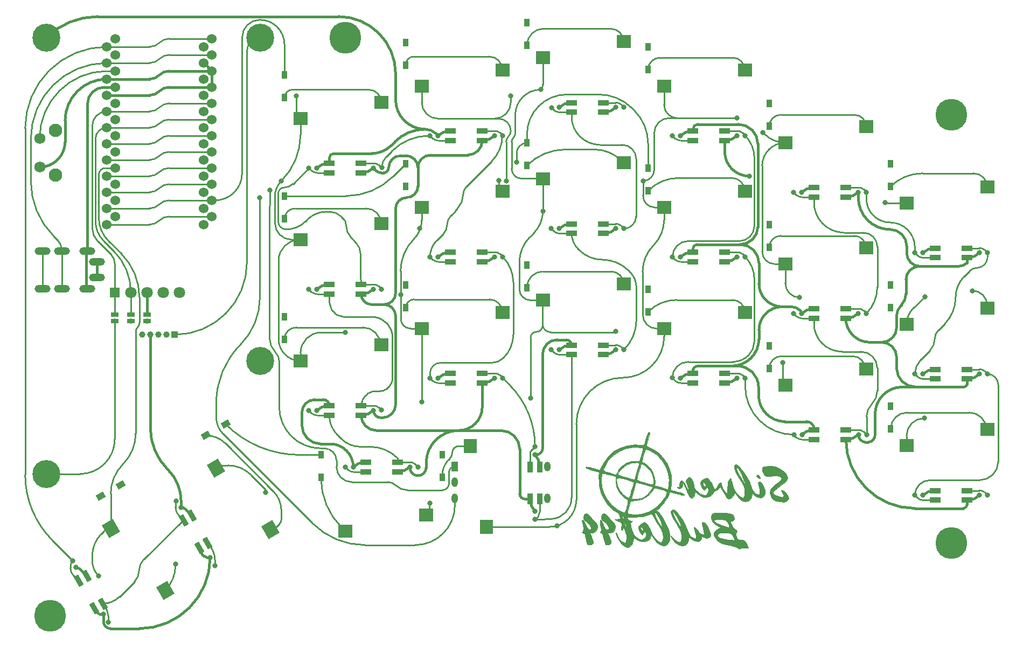
<source format=gbl>
%TF.GenerationSoftware,KiCad,Pcbnew,(6.0.5-0)*%
%TF.CreationDate,2022-10-31T01:20:07+09:00*%
%TF.ProjectId,silverbullet44,73696c76-6572-4627-956c-6c657434342e,rev?*%
%TF.SameCoordinates,Original*%
%TF.FileFunction,Copper,L2,Bot*%
%TF.FilePolarity,Positive*%
%FSLAX46Y46*%
G04 Gerber Fmt 4.6, Leading zero omitted, Abs format (unit mm)*
G04 Created by KiCad (PCBNEW (6.0.5-0)) date 2022-10-31 01:20:07*
%MOMM*%
%LPD*%
G01*
G04 APERTURE LIST*
G04 Aperture macros list*
%AMRotRect*
0 Rectangle, with rotation*
0 The origin of the aperture is its center*
0 $1 length*
0 $2 width*
0 $3 Rotation angle, in degrees counterclockwise*
0 Add horizontal line*
21,1,$1,$2,0,0,$3*%
G04 Aperture macros list end*
%TA.AperFunction,EtchedComponent*%
%ADD10C,0.010000*%
%TD*%
%TA.AperFunction,ComponentPad*%
%ADD11O,2.500000X1.250000*%
%TD*%
%TA.AperFunction,WasherPad*%
%ADD12C,5.000000*%
%TD*%
%TA.AperFunction,SMDPad,CuDef*%
%ADD13R,0.950000X1.300000*%
%TD*%
%TA.AperFunction,SMDPad,CuDef*%
%ADD14RotRect,1.300000X0.950000X210.000000*%
%TD*%
%TA.AperFunction,SMDPad,CuDef*%
%ADD15RotRect,1.800000X0.820000X300.000000*%
%TD*%
%TA.AperFunction,SMDPad,CuDef*%
%ADD16R,1.800000X0.820000*%
%TD*%
%TA.AperFunction,SMDPad,CuDef*%
%ADD17R,0.820000X1.800000*%
%TD*%
%TA.AperFunction,SMDPad,CuDef*%
%ADD18R,2.300000X2.000000*%
%TD*%
%TA.AperFunction,SMDPad,CuDef*%
%ADD19RotRect,2.300000X2.000000X120.000000*%
%TD*%
%TA.AperFunction,SMDPad,CuDef*%
%ADD20R,2.000000X2.300000*%
%TD*%
%TA.AperFunction,ComponentPad*%
%ADD21C,2.100000*%
%TD*%
%TA.AperFunction,ComponentPad*%
%ADD22C,1.750000*%
%TD*%
%TA.AperFunction,ComponentPad*%
%ADD23C,1.524000*%
%TD*%
%TA.AperFunction,ComponentPad*%
%ADD24R,1.524000X1.524000*%
%TD*%
%TA.AperFunction,ComponentPad*%
%ADD25C,1.800000*%
%TD*%
%TA.AperFunction,ComponentPad*%
%ADD26R,1.000000X1.000000*%
%TD*%
%TA.AperFunction,ComponentPad*%
%ADD27C,1.000000*%
%TD*%
%TA.AperFunction,ComponentPad*%
%ADD28C,0.700000*%
%TD*%
%TA.AperFunction,ComponentPad*%
%ADD29C,4.400000*%
%TD*%
%TA.AperFunction,ComponentPad*%
%ADD30R,1.000000X1.500000*%
%TD*%
%TA.AperFunction,ComponentPad*%
%ADD31O,1.000000X1.500000*%
%TD*%
%TA.AperFunction,SMDPad,CuDef*%
%ADD32R,1.143000X0.635000*%
%TD*%
%TA.AperFunction,ViaPad*%
%ADD33C,0.800000*%
%TD*%
%TA.AperFunction,Conductor*%
%ADD34C,0.250000*%
%TD*%
%TA.AperFunction,Conductor*%
%ADD35C,0.400000*%
%TD*%
G04 APERTURE END LIST*
G36*
X155211844Y-103616970D02*
G01*
X155325524Y-103793660D01*
X155393794Y-103966220D01*
X155351065Y-104055021D01*
X155183546Y-104034379D01*
X154950202Y-103861211D01*
X154822246Y-103677232D01*
X154886180Y-103511961D01*
X155034826Y-103456069D01*
X155211844Y-103616970D01*
G37*
D10*
X155211844Y-103616970D02*
X155325524Y-103793660D01*
X155393794Y-103966220D01*
X155351065Y-104055021D01*
X155183546Y-104034379D01*
X154950202Y-103861211D01*
X154822246Y-103677232D01*
X154886180Y-103511961D01*
X155034826Y-103456069D01*
X155211844Y-103616970D01*
G36*
X143924125Y-112133447D02*
G01*
X144111941Y-112612583D01*
X144410309Y-113048172D01*
X144759944Y-113352488D01*
X145108798Y-113466947D01*
X145237113Y-113443776D01*
X145346955Y-113288834D01*
X145324168Y-112966387D01*
X145170294Y-112450947D01*
X145044230Y-112044741D01*
X145001471Y-111745785D01*
X145073838Y-111667673D01*
X145254008Y-111815556D01*
X145534659Y-112194587D01*
X145770244Y-112477505D01*
X146084721Y-112721225D01*
X146379577Y-112838025D01*
X146587965Y-112790109D01*
X146590765Y-112786326D01*
X146586360Y-112622078D01*
X146517180Y-112289214D01*
X146396971Y-111855036D01*
X146375358Y-111783204D01*
X146246841Y-111257147D01*
X146239638Y-110946015D01*
X146355568Y-110841420D01*
X146596450Y-110934971D01*
X146751573Y-111077521D01*
X146995829Y-111420320D01*
X147239186Y-111861644D01*
X147444936Y-112325206D01*
X147576373Y-112734721D01*
X147596787Y-113013901D01*
X147545705Y-113141650D01*
X147297519Y-113355242D01*
X146928516Y-113405094D01*
X146502699Y-113275880D01*
X146467057Y-113257486D01*
X146229209Y-113149739D01*
X146137750Y-113182774D01*
X146122794Y-113374785D01*
X146081380Y-113635444D01*
X145880442Y-113887739D01*
X145545277Y-113968309D01*
X145112280Y-113871873D01*
X144617849Y-113593150D01*
X144090794Y-113211353D01*
X144090794Y-113576023D01*
X144015561Y-113926292D01*
X143827577Y-114275319D01*
X143597798Y-114482192D01*
X143174001Y-114614544D01*
X142702597Y-114538752D01*
X142241086Y-114255535D01*
X142038361Y-114059725D01*
X141751327Y-113734648D01*
X141507977Y-113411294D01*
X141352537Y-113150016D01*
X141329237Y-113011171D01*
X141429906Y-113058031D01*
X141590606Y-113258117D01*
X141709140Y-113406424D01*
X141996268Y-113665301D01*
X142325707Y-113889544D01*
X142622967Y-114031350D01*
X142813559Y-114042918D01*
X142940147Y-113858142D01*
X143017581Y-113492415D01*
X143022340Y-113037037D01*
X142946914Y-112574677D01*
X142833551Y-112262096D01*
X142599394Y-111781469D01*
X142319450Y-111316205D01*
X141812002Y-110514632D01*
X141479769Y-109863676D01*
X141332631Y-109378978D01*
X141343500Y-109289715D01*
X141621692Y-109289715D01*
X141638838Y-109421726D01*
X141747815Y-109716647D01*
X141925313Y-110108480D01*
X142090582Y-110440134D01*
X142394049Y-111003651D01*
X142641158Y-111405148D01*
X142819876Y-111635116D01*
X142918168Y-111684050D01*
X142924003Y-111542441D01*
X142825347Y-111200782D01*
X142610167Y-110649568D01*
X142446199Y-110296555D01*
X142200821Y-109861762D01*
X141958966Y-109517872D01*
X141754601Y-109311614D01*
X141621692Y-109289715D01*
X141343500Y-109289715D01*
X141371171Y-109062473D01*
X141595973Y-108916096D01*
X141684791Y-108916468D01*
X141979009Y-109060777D01*
X142332510Y-109380265D01*
X142714862Y-109832876D01*
X143095631Y-110376555D01*
X143444387Y-110969247D01*
X143718064Y-111542441D01*
X143730695Y-111568896D01*
X143924125Y-112133447D01*
G37*
X143924125Y-112133447D02*
X144111941Y-112612583D01*
X144410309Y-113048172D01*
X144759944Y-113352488D01*
X145108798Y-113466947D01*
X145237113Y-113443776D01*
X145346955Y-113288834D01*
X145324168Y-112966387D01*
X145170294Y-112450947D01*
X145044230Y-112044741D01*
X145001471Y-111745785D01*
X145073838Y-111667673D01*
X145254008Y-111815556D01*
X145534659Y-112194587D01*
X145770244Y-112477505D01*
X146084721Y-112721225D01*
X146379577Y-112838025D01*
X146587965Y-112790109D01*
X146590765Y-112786326D01*
X146586360Y-112622078D01*
X146517180Y-112289214D01*
X146396971Y-111855036D01*
X146375358Y-111783204D01*
X146246841Y-111257147D01*
X146239638Y-110946015D01*
X146355568Y-110841420D01*
X146596450Y-110934971D01*
X146751573Y-111077521D01*
X146995829Y-111420320D01*
X147239186Y-111861644D01*
X147444936Y-112325206D01*
X147576373Y-112734721D01*
X147596787Y-113013901D01*
X147545705Y-113141650D01*
X147297519Y-113355242D01*
X146928516Y-113405094D01*
X146502699Y-113275880D01*
X146467057Y-113257486D01*
X146229209Y-113149739D01*
X146137750Y-113182774D01*
X146122794Y-113374785D01*
X146081380Y-113635444D01*
X145880442Y-113887739D01*
X145545277Y-113968309D01*
X145112280Y-113871873D01*
X144617849Y-113593150D01*
X144090794Y-113211353D01*
X144090794Y-113576023D01*
X144015561Y-113926292D01*
X143827577Y-114275319D01*
X143597798Y-114482192D01*
X143174001Y-114614544D01*
X142702597Y-114538752D01*
X142241086Y-114255535D01*
X142038361Y-114059725D01*
X141751327Y-113734648D01*
X141507977Y-113411294D01*
X141352537Y-113150016D01*
X141329237Y-113011171D01*
X141429906Y-113058031D01*
X141590606Y-113258117D01*
X141709140Y-113406424D01*
X141996268Y-113665301D01*
X142325707Y-113889544D01*
X142622967Y-114031350D01*
X142813559Y-114042918D01*
X142940147Y-113858142D01*
X143017581Y-113492415D01*
X143022340Y-113037037D01*
X142946914Y-112574677D01*
X142833551Y-112262096D01*
X142599394Y-111781469D01*
X142319450Y-111316205D01*
X141812002Y-110514632D01*
X141479769Y-109863676D01*
X141332631Y-109378978D01*
X141343500Y-109289715D01*
X141621692Y-109289715D01*
X141638838Y-109421726D01*
X141747815Y-109716647D01*
X141925313Y-110108480D01*
X142090582Y-110440134D01*
X142394049Y-111003651D01*
X142641158Y-111405148D01*
X142819876Y-111635116D01*
X142918168Y-111684050D01*
X142924003Y-111542441D01*
X142825347Y-111200782D01*
X142610167Y-110649568D01*
X142446199Y-110296555D01*
X142200821Y-109861762D01*
X141958966Y-109517872D01*
X141754601Y-109311614D01*
X141621692Y-109289715D01*
X141343500Y-109289715D01*
X141371171Y-109062473D01*
X141595973Y-108916096D01*
X141684791Y-108916468D01*
X141979009Y-109060777D01*
X142332510Y-109380265D01*
X142714862Y-109832876D01*
X143095631Y-110376555D01*
X143444387Y-110969247D01*
X143718064Y-111542441D01*
X143730695Y-111568896D01*
X143924125Y-112133447D01*
G36*
X157213757Y-102112107D02*
G01*
X157656899Y-102170901D01*
X158003704Y-102270127D01*
X158636079Y-102574477D01*
X159171138Y-102986229D01*
X159530540Y-103451826D01*
X159657296Y-103739421D01*
X159661264Y-103971821D01*
X159536971Y-104280208D01*
X159452462Y-104421804D01*
X159110425Y-104792649D01*
X158623338Y-105159656D01*
X158218546Y-105427960D01*
X157746949Y-105790800D01*
X157494184Y-106083347D01*
X157451917Y-106325615D01*
X157611815Y-106537617D01*
X157965544Y-106739367D01*
X157971713Y-106742161D01*
X158486585Y-106926220D01*
X158857688Y-106961692D01*
X159063219Y-106859316D01*
X159081369Y-106629829D01*
X158890334Y-106283970D01*
X158756443Y-106083993D01*
X158718049Y-105902704D01*
X158875308Y-105846947D01*
X158893377Y-105848833D01*
X159085115Y-105972911D01*
X159331255Y-106238033D01*
X159576068Y-106569709D01*
X159763825Y-106893449D01*
X159838795Y-107134764D01*
X159766002Y-107334947D01*
X159553044Y-107563421D01*
X159367958Y-107664455D01*
X159048448Y-107720251D01*
X158571317Y-107693078D01*
X158536109Y-107689056D01*
X157899672Y-107556307D01*
X157439797Y-107311698D01*
X157094188Y-106922741D01*
X157034129Y-106823999D01*
X156877850Y-106331007D01*
X156968982Y-105844118D01*
X157309652Y-105357913D01*
X157901990Y-104866973D01*
X158388839Y-104503635D01*
X158668027Y-104218366D01*
X158745063Y-103996447D01*
X158634607Y-103816865D01*
X158456438Y-103717362D01*
X158023192Y-103614900D01*
X157492686Y-103593902D01*
X156956347Y-103662763D01*
X156754907Y-103703096D01*
X156418246Y-103713312D01*
X156166240Y-103604769D01*
X156081388Y-103523000D01*
X155905864Y-103236159D01*
X155761123Y-102872632D01*
X155681857Y-102529728D01*
X155702760Y-102304756D01*
X155703523Y-102303545D01*
X155891380Y-102201993D01*
X156255822Y-102132803D01*
X156721672Y-102101125D01*
X157213757Y-102112107D01*
G37*
X157213757Y-102112107D02*
X157656899Y-102170901D01*
X158003704Y-102270127D01*
X158636079Y-102574477D01*
X159171138Y-102986229D01*
X159530540Y-103451826D01*
X159657296Y-103739421D01*
X159661264Y-103971821D01*
X159536971Y-104280208D01*
X159452462Y-104421804D01*
X159110425Y-104792649D01*
X158623338Y-105159656D01*
X158218546Y-105427960D01*
X157746949Y-105790800D01*
X157494184Y-106083347D01*
X157451917Y-106325615D01*
X157611815Y-106537617D01*
X157965544Y-106739367D01*
X157971713Y-106742161D01*
X158486585Y-106926220D01*
X158857688Y-106961692D01*
X159063219Y-106859316D01*
X159081369Y-106629829D01*
X158890334Y-106283970D01*
X158756443Y-106083993D01*
X158718049Y-105902704D01*
X158875308Y-105846947D01*
X158893377Y-105848833D01*
X159085115Y-105972911D01*
X159331255Y-106238033D01*
X159576068Y-106569709D01*
X159763825Y-106893449D01*
X159838795Y-107134764D01*
X159766002Y-107334947D01*
X159553044Y-107563421D01*
X159367958Y-107664455D01*
X159048448Y-107720251D01*
X158571317Y-107693078D01*
X158536109Y-107689056D01*
X157899672Y-107556307D01*
X157439797Y-107311698D01*
X157094188Y-106922741D01*
X157034129Y-106823999D01*
X156877850Y-106331007D01*
X156968982Y-105844118D01*
X157309652Y-105357913D01*
X157901990Y-104866973D01*
X158388839Y-104503635D01*
X158668027Y-104218366D01*
X158745063Y-103996447D01*
X158634607Y-103816865D01*
X158456438Y-103717362D01*
X158023192Y-103614900D01*
X157492686Y-103593902D01*
X156956347Y-103662763D01*
X156754907Y-103703096D01*
X156418246Y-103713312D01*
X156166240Y-103604769D01*
X156081388Y-103523000D01*
X155905864Y-103236159D01*
X155761123Y-102872632D01*
X155681857Y-102529728D01*
X155702760Y-102304756D01*
X155703523Y-102303545D01*
X155891380Y-102201993D01*
X156255822Y-102132803D01*
X156721672Y-102101125D01*
X157213757Y-102112107D01*
G36*
X148104812Y-105589757D02*
G01*
X148292556Y-105715636D01*
X148494440Y-105589889D01*
X148696813Y-105211947D01*
X148773231Y-105049874D01*
X148954945Y-104806671D01*
X149133000Y-104690747D01*
X149256405Y-104726328D01*
X149274170Y-104937639D01*
X149272768Y-104968207D01*
X149334105Y-105194315D01*
X149478597Y-105515617D01*
X149668769Y-105866747D01*
X149867147Y-106182341D01*
X150036256Y-106397032D01*
X150138620Y-106445455D01*
X150146503Y-106431912D01*
X150186146Y-106234423D01*
X150225668Y-105864260D01*
X150257564Y-105388121D01*
X150268458Y-105198584D01*
X150321556Y-104693785D01*
X150409572Y-104367331D01*
X150546172Y-104161125D01*
X150593595Y-104114366D01*
X150707297Y-104030971D01*
X150784480Y-104078738D01*
X150852677Y-104297207D01*
X150939419Y-104725921D01*
X151141492Y-105447951D01*
X151552551Y-106203631D01*
X152149000Y-106803256D01*
X152415384Y-106987003D01*
X152705503Y-107096288D01*
X152882789Y-106998512D01*
X152962496Y-106681035D01*
X152959876Y-106131215D01*
X152950526Y-105983709D01*
X152911662Y-105626584D01*
X152834819Y-105315903D01*
X152694368Y-104987152D01*
X152464680Y-104575819D01*
X152120128Y-104017392D01*
X151865851Y-103597388D01*
X151509117Y-102911717D01*
X151333777Y-102396574D01*
X151334902Y-102318473D01*
X151657779Y-102318473D01*
X151663390Y-102498345D01*
X151780846Y-102844997D01*
X152010806Y-103338960D01*
X152032224Y-103380747D01*
X152299849Y-103876838D01*
X152554481Y-104307277D01*
X152769875Y-104632243D01*
X152919787Y-104811912D01*
X152977971Y-104806462D01*
X152977978Y-104806210D01*
X152928901Y-104574733D01*
X152794704Y-104191201D01*
X152606832Y-103729060D01*
X152396730Y-103261756D01*
X152195844Y-102862734D01*
X152035618Y-102605440D01*
X151979462Y-102536957D01*
X151763356Y-102324853D01*
X151657779Y-102318473D01*
X151334902Y-102318473D01*
X151338795Y-102048224D01*
X151523134Y-101862930D01*
X151546146Y-101856206D01*
X151784773Y-101921765D01*
X152099755Y-102170352D01*
X152461533Y-102560987D01*
X152840552Y-103052693D01*
X153207252Y-103604493D01*
X153532077Y-104175409D01*
X153785470Y-104724463D01*
X153811094Y-104806210D01*
X153937873Y-105210677D01*
X154047428Y-105552952D01*
X154268591Y-105953469D01*
X154543804Y-106284924D01*
X154831125Y-106507801D01*
X155088611Y-106582588D01*
X155274321Y-106469768D01*
X155328166Y-106217044D01*
X155277649Y-105747481D01*
X155114313Y-105105004D01*
X155097343Y-105045476D01*
X155062135Y-104690937D01*
X155175856Y-104506290D01*
X155424327Y-104518369D01*
X155589735Y-104668356D01*
X155787946Y-105001283D01*
X155970333Y-105433006D01*
X156103936Y-105884325D01*
X156155794Y-106276039D01*
X156096474Y-106647928D01*
X155873536Y-106919245D01*
X155846171Y-106937963D01*
X155440291Y-107099924D01*
X155027289Y-107029934D01*
X154572714Y-106722790D01*
X154390286Y-106564853D01*
X154209305Y-106432678D01*
X154136940Y-106451251D01*
X154123794Y-106607935D01*
X154123371Y-106624430D01*
X154041617Y-106925803D01*
X153861147Y-107256091D01*
X153683695Y-107465277D01*
X153435997Y-107593646D01*
X153051821Y-107624947D01*
X152856643Y-107619490D01*
X152572838Y-107560244D01*
X152322489Y-107395697D01*
X152012719Y-107076859D01*
X151807454Y-106841948D01*
X151537972Y-106513008D01*
X151371336Y-106283109D01*
X151298113Y-106164689D01*
X151248660Y-106120185D01*
X151286303Y-106305628D01*
X151289386Y-106320017D01*
X151237219Y-106625763D01*
X151024575Y-106931209D01*
X150726902Y-107156576D01*
X150419646Y-107222081D01*
X150379051Y-107213446D01*
X150170611Y-107080978D01*
X149926793Y-106775109D01*
X149620734Y-106263610D01*
X149113023Y-105346774D01*
X148785709Y-105660360D01*
X148755183Y-105688808D01*
X148479010Y-105891105D01*
X148255519Y-105973947D01*
X148248809Y-105974150D01*
X148069517Y-106090242D01*
X147919571Y-106355675D01*
X147734574Y-106659105D01*
X147327080Y-106905800D01*
X146741178Y-106989947D01*
X146427881Y-106959178D01*
X145956704Y-106769794D01*
X145456044Y-106379168D01*
X145106794Y-106053425D01*
X145106795Y-106339535D01*
X145045340Y-106706445D01*
X144862662Y-107002607D01*
X144603549Y-107116947D01*
X144588356Y-107116160D01*
X144387559Y-106986821D01*
X144143931Y-106631135D01*
X143853349Y-106041908D01*
X143511688Y-105211947D01*
X143439976Y-105033507D01*
X143292792Y-104710987D01*
X143182561Y-104523471D01*
X143130964Y-104503501D01*
X143159679Y-104683614D01*
X143195643Y-105016110D01*
X143115741Y-105357979D01*
X142938108Y-105588652D01*
X142702581Y-105660839D01*
X142448997Y-105527250D01*
X142368747Y-105444297D01*
X142320720Y-105364310D01*
X142463725Y-105406171D01*
X142599620Y-105416399D01*
X142676350Y-105277695D01*
X142717725Y-104936783D01*
X142757647Y-104610939D01*
X142845371Y-104432004D01*
X143011294Y-104386447D01*
X143193907Y-104461078D01*
X143414969Y-104719011D01*
X143689928Y-105189480D01*
X143727152Y-105259210D01*
X143969587Y-105673711D01*
X144129140Y-105878978D01*
X144192870Y-105873474D01*
X144147836Y-105655666D01*
X143981096Y-105224018D01*
X143954832Y-105162712D01*
X143785586Y-104732374D01*
X143725816Y-104450281D01*
X143771841Y-104245524D01*
X143919978Y-104047197D01*
X144119981Y-103870972D01*
X144365945Y-103824360D01*
X144578819Y-104020348D01*
X144770002Y-104464530D01*
X144845938Y-104714215D01*
X144942169Y-105089547D01*
X144979794Y-105327756D01*
X145069171Y-105553757D01*
X145316456Y-105860162D01*
X145657111Y-106177312D01*
X146026295Y-106445218D01*
X146359167Y-106603891D01*
X146525979Y-106645125D01*
X146792026Y-106638107D01*
X147018684Y-106475057D01*
X147168821Y-106263050D01*
X147261237Y-105867848D01*
X147162769Y-105500389D01*
X147150932Y-105483252D01*
X147024522Y-105444443D01*
X146828837Y-105618553D01*
X146594042Y-105892774D01*
X146356807Y-105599801D01*
X146164075Y-105300469D01*
X146020768Y-104873166D01*
X146025769Y-104787174D01*
X146376794Y-104787174D01*
X146399317Y-104944268D01*
X146518397Y-105167597D01*
X146682389Y-105275081D01*
X146825400Y-105205303D01*
X146810264Y-105023732D01*
X146646207Y-104789914D01*
X146376794Y-104520502D01*
X146376794Y-104787174D01*
X146025769Y-104787174D01*
X146041684Y-104513542D01*
X146059541Y-104479686D01*
X146254482Y-104293679D01*
X146563547Y-104108657D01*
X146743423Y-104025121D01*
X146964571Y-103964781D01*
X147147069Y-104038601D01*
X147401723Y-104267595D01*
X147464023Y-104332091D01*
X147746757Y-104737414D01*
X147935897Y-105180197D01*
X147942794Y-105205303D01*
X147944859Y-105212822D01*
X148104812Y-105589757D01*
G37*
X148104812Y-105589757D02*
X148292556Y-105715636D01*
X148494440Y-105589889D01*
X148696813Y-105211947D01*
X148773231Y-105049874D01*
X148954945Y-104806671D01*
X149133000Y-104690747D01*
X149256405Y-104726328D01*
X149274170Y-104937639D01*
X149272768Y-104968207D01*
X149334105Y-105194315D01*
X149478597Y-105515617D01*
X149668769Y-105866747D01*
X149867147Y-106182341D01*
X150036256Y-106397032D01*
X150138620Y-106445455D01*
X150146503Y-106431912D01*
X150186146Y-106234423D01*
X150225668Y-105864260D01*
X150257564Y-105388121D01*
X150268458Y-105198584D01*
X150321556Y-104693785D01*
X150409572Y-104367331D01*
X150546172Y-104161125D01*
X150593595Y-104114366D01*
X150707297Y-104030971D01*
X150784480Y-104078738D01*
X150852677Y-104297207D01*
X150939419Y-104725921D01*
X151141492Y-105447951D01*
X151552551Y-106203631D01*
X152149000Y-106803256D01*
X152415384Y-106987003D01*
X152705503Y-107096288D01*
X152882789Y-106998512D01*
X152962496Y-106681035D01*
X152959876Y-106131215D01*
X152950526Y-105983709D01*
X152911662Y-105626584D01*
X152834819Y-105315903D01*
X152694368Y-104987152D01*
X152464680Y-104575819D01*
X152120128Y-104017392D01*
X151865851Y-103597388D01*
X151509117Y-102911717D01*
X151333777Y-102396574D01*
X151334902Y-102318473D01*
X151657779Y-102318473D01*
X151663390Y-102498345D01*
X151780846Y-102844997D01*
X152010806Y-103338960D01*
X152032224Y-103380747D01*
X152299849Y-103876838D01*
X152554481Y-104307277D01*
X152769875Y-104632243D01*
X152919787Y-104811912D01*
X152977971Y-104806462D01*
X152977978Y-104806210D01*
X152928901Y-104574733D01*
X152794704Y-104191201D01*
X152606832Y-103729060D01*
X152396730Y-103261756D01*
X152195844Y-102862734D01*
X152035618Y-102605440D01*
X151979462Y-102536957D01*
X151763356Y-102324853D01*
X151657779Y-102318473D01*
X151334902Y-102318473D01*
X151338795Y-102048224D01*
X151523134Y-101862930D01*
X151546146Y-101856206D01*
X151784773Y-101921765D01*
X152099755Y-102170352D01*
X152461533Y-102560987D01*
X152840552Y-103052693D01*
X153207252Y-103604493D01*
X153532077Y-104175409D01*
X153785470Y-104724463D01*
X153811094Y-104806210D01*
X153937873Y-105210677D01*
X154047428Y-105552952D01*
X154268591Y-105953469D01*
X154543804Y-106284924D01*
X154831125Y-106507801D01*
X155088611Y-106582588D01*
X155274321Y-106469768D01*
X155328166Y-106217044D01*
X155277649Y-105747481D01*
X155114313Y-105105004D01*
X155097343Y-105045476D01*
X155062135Y-104690937D01*
X155175856Y-104506290D01*
X155424327Y-104518369D01*
X155589735Y-104668356D01*
X155787946Y-105001283D01*
X155970333Y-105433006D01*
X156103936Y-105884325D01*
X156155794Y-106276039D01*
X156096474Y-106647928D01*
X155873536Y-106919245D01*
X155846171Y-106937963D01*
X155440291Y-107099924D01*
X155027289Y-107029934D01*
X154572714Y-106722790D01*
X154390286Y-106564853D01*
X154209305Y-106432678D01*
X154136940Y-106451251D01*
X154123794Y-106607935D01*
X154123371Y-106624430D01*
X154041617Y-106925803D01*
X153861147Y-107256091D01*
X153683695Y-107465277D01*
X153435997Y-107593646D01*
X153051821Y-107624947D01*
X152856643Y-107619490D01*
X152572838Y-107560244D01*
X152322489Y-107395697D01*
X152012719Y-107076859D01*
X151807454Y-106841948D01*
X151537972Y-106513008D01*
X151371336Y-106283109D01*
X151298113Y-106164689D01*
X151248660Y-106120185D01*
X151286303Y-106305628D01*
X151289386Y-106320017D01*
X151237219Y-106625763D01*
X151024575Y-106931209D01*
X150726902Y-107156576D01*
X150419646Y-107222081D01*
X150379051Y-107213446D01*
X150170611Y-107080978D01*
X149926793Y-106775109D01*
X149620734Y-106263610D01*
X149113023Y-105346774D01*
X148785709Y-105660360D01*
X148755183Y-105688808D01*
X148479010Y-105891105D01*
X148255519Y-105973947D01*
X148248809Y-105974150D01*
X148069517Y-106090242D01*
X147919571Y-106355675D01*
X147734574Y-106659105D01*
X147327080Y-106905800D01*
X146741178Y-106989947D01*
X146427881Y-106959178D01*
X145956704Y-106769794D01*
X145456044Y-106379168D01*
X145106794Y-106053425D01*
X145106795Y-106339535D01*
X145045340Y-106706445D01*
X144862662Y-107002607D01*
X144603549Y-107116947D01*
X144588356Y-107116160D01*
X144387559Y-106986821D01*
X144143931Y-106631135D01*
X143853349Y-106041908D01*
X143511688Y-105211947D01*
X143439976Y-105033507D01*
X143292792Y-104710987D01*
X143182561Y-104523471D01*
X143130964Y-104503501D01*
X143159679Y-104683614D01*
X143195643Y-105016110D01*
X143115741Y-105357979D01*
X142938108Y-105588652D01*
X142702581Y-105660839D01*
X142448997Y-105527250D01*
X142368747Y-105444297D01*
X142320720Y-105364310D01*
X142463725Y-105406171D01*
X142599620Y-105416399D01*
X142676350Y-105277695D01*
X142717725Y-104936783D01*
X142757647Y-104610939D01*
X142845371Y-104432004D01*
X143011294Y-104386447D01*
X143193907Y-104461078D01*
X143414969Y-104719011D01*
X143689928Y-105189480D01*
X143727152Y-105259210D01*
X143969587Y-105673711D01*
X144129140Y-105878978D01*
X144192870Y-105873474D01*
X144147836Y-105655666D01*
X143981096Y-105224018D01*
X143954832Y-105162712D01*
X143785586Y-104732374D01*
X143725816Y-104450281D01*
X143771841Y-104245524D01*
X143919978Y-104047197D01*
X144119981Y-103870972D01*
X144365945Y-103824360D01*
X144578819Y-104020348D01*
X144770002Y-104464530D01*
X144845938Y-104714215D01*
X144942169Y-105089547D01*
X144979794Y-105327756D01*
X145069171Y-105553757D01*
X145316456Y-105860162D01*
X145657111Y-106177312D01*
X146026295Y-106445218D01*
X146359167Y-106603891D01*
X146525979Y-106645125D01*
X146792026Y-106638107D01*
X147018684Y-106475057D01*
X147168821Y-106263050D01*
X147261237Y-105867848D01*
X147162769Y-105500389D01*
X147150932Y-105483252D01*
X147024522Y-105444443D01*
X146828837Y-105618553D01*
X146594042Y-105892774D01*
X146356807Y-105599801D01*
X146164075Y-105300469D01*
X146020768Y-104873166D01*
X146025769Y-104787174D01*
X146376794Y-104787174D01*
X146399317Y-104944268D01*
X146518397Y-105167597D01*
X146682389Y-105275081D01*
X146825400Y-105205303D01*
X146810264Y-105023732D01*
X146646207Y-104789914D01*
X146376794Y-104520502D01*
X146376794Y-104787174D01*
X146025769Y-104787174D01*
X146041684Y-104513542D01*
X146059541Y-104479686D01*
X146254482Y-104293679D01*
X146563547Y-104108657D01*
X146743423Y-104025121D01*
X146964571Y-103964781D01*
X147147069Y-104038601D01*
X147401723Y-104267595D01*
X147464023Y-104332091D01*
X147746757Y-104737414D01*
X147935897Y-105180197D01*
X147942794Y-105205303D01*
X147944859Y-105212822D01*
X148104812Y-105589757D01*
G36*
X140607955Y-107350034D02*
G01*
X140234260Y-107884988D01*
X139838074Y-108363010D01*
X139146611Y-109109872D01*
X139512924Y-109460822D01*
X139635338Y-109591538D01*
X139976234Y-110056947D01*
X140340906Y-110670994D01*
X140691734Y-111367054D01*
X140768682Y-111549925D01*
X140991094Y-112078502D01*
X141108841Y-112429054D01*
X141197469Y-112922472D01*
X141180680Y-113280041D01*
X141173122Y-113441010D01*
X141126862Y-113714229D01*
X140937514Y-114221176D01*
X140629962Y-114515086D01*
X140192469Y-114609947D01*
X140162658Y-114609559D01*
X139629827Y-114469237D01*
X139111741Y-114078394D01*
X138612585Y-113440128D01*
X138441756Y-113182444D01*
X138258605Y-112929713D01*
X138164560Y-112831947D01*
X138150469Y-112837423D01*
X138178708Y-112948289D01*
X138197088Y-113098865D01*
X138133387Y-113372956D01*
X138087054Y-113469515D01*
X137793116Y-113752836D01*
X137357527Y-113913569D01*
X136847396Y-113945140D01*
X136329830Y-113840975D01*
X135871939Y-113594499D01*
X135518294Y-113315703D01*
X135443557Y-113856145D01*
X135330167Y-114278509D01*
X135080237Y-114630267D01*
X134835845Y-114788713D01*
X134608918Y-114863947D01*
X134430078Y-114839762D01*
X134000857Y-114632558D01*
X133561694Y-114251536D01*
X133160401Y-113743056D01*
X132844793Y-113153476D01*
X132765605Y-112950573D01*
X132681922Y-112666743D01*
X132682293Y-112545325D01*
X132759794Y-112614178D01*
X132907501Y-112901163D01*
X133031654Y-113141680D01*
X133312975Y-113550424D01*
X133631569Y-113899423D01*
X133934553Y-114134218D01*
X134169045Y-114200349D01*
X134250085Y-114143428D01*
X134341575Y-113888659D01*
X134372187Y-113493398D01*
X134343642Y-113024522D01*
X134257655Y-112548912D01*
X134115946Y-112133447D01*
X134065426Y-112026133D01*
X133940589Y-111793485D01*
X133873054Y-111765421D01*
X133831858Y-111918516D01*
X133765983Y-112094649D01*
X133635252Y-112158516D01*
X133551100Y-112053390D01*
X133534869Y-111801947D01*
X133535959Y-111795128D01*
X133596370Y-111317599D01*
X133581724Y-111090703D01*
X134068926Y-111090703D01*
X134118980Y-111424409D01*
X134119591Y-111427182D01*
X134210101Y-111718723D01*
X134307805Y-111876981D01*
X134331010Y-111875054D01*
X134338885Y-111726888D01*
X134281429Y-111429377D01*
X134181149Y-111112663D01*
X134098433Y-110987056D01*
X134068926Y-111090703D01*
X133581724Y-111090703D01*
X133577521Y-111025581D01*
X133461975Y-110858868D01*
X133232294Y-110757254D01*
X133037264Y-110696876D01*
X132663904Y-110568399D01*
X132522911Y-110487461D01*
X132603936Y-110443896D01*
X132896632Y-110427542D01*
X133222888Y-110408268D01*
X133375893Y-110345661D01*
X133372882Y-110218059D01*
X133341635Y-110119158D01*
X133326811Y-110022956D01*
X133676794Y-110022956D01*
X133698189Y-110176834D01*
X133803794Y-110355447D01*
X133880690Y-110350774D01*
X133930794Y-110179937D01*
X133930784Y-110179868D01*
X134438794Y-110179868D01*
X134438802Y-110179937D01*
X134441853Y-110209842D01*
X134576725Y-110415592D01*
X134835853Y-110596959D01*
X135114616Y-110676986D01*
X135255882Y-110682072D01*
X135313439Y-110725482D01*
X135153261Y-110861277D01*
X135093451Y-110908141D01*
X135001479Y-111016054D01*
X134979741Y-111171933D01*
X135027701Y-111441310D01*
X135102292Y-111726888D01*
X135144820Y-111889712D01*
X135236497Y-112192862D01*
X135518410Y-112799914D01*
X135909899Y-113234385D01*
X136454099Y-113551010D01*
X136482453Y-113563283D01*
X136769760Y-113664418D01*
X136962673Y-113633112D01*
X137184349Y-113452803D01*
X137356466Y-113244065D01*
X137481573Y-112855507D01*
X137383769Y-112485389D01*
X137371901Y-112468212D01*
X137245469Y-112429491D01*
X137049727Y-112603681D01*
X136814822Y-112878031D01*
X136508890Y-112522363D01*
X136320414Y-112245666D01*
X136222316Y-111818534D01*
X136280924Y-111662908D01*
X136550387Y-111662908D01*
X136561846Y-111832091D01*
X136705239Y-112077334D01*
X136746539Y-112126803D01*
X136921404Y-112270077D01*
X137037470Y-112204753D01*
X137047324Y-112040835D01*
X136882619Y-111790326D01*
X136684914Y-111645877D01*
X136550387Y-111662908D01*
X136280924Y-111662908D01*
X136367389Y-111433312D01*
X136750522Y-111119666D01*
X137220750Y-110867886D01*
X137609798Y-111240617D01*
X137660084Y-111291883D01*
X137945888Y-111692562D01*
X138095982Y-112040835D01*
X138133287Y-112127398D01*
X138166111Y-112242532D01*
X138447364Y-112890192D01*
X138845236Y-113455419D01*
X139301627Y-113852430D01*
X139555942Y-114000427D01*
X139785222Y-114080763D01*
X139924687Y-114001323D01*
X140044425Y-113752697D01*
X140119094Y-113280041D01*
X140031721Y-112675190D01*
X139792629Y-112010045D01*
X139417257Y-111343901D01*
X139164509Y-110956289D01*
X138864664Y-110464015D01*
X138639715Y-110059162D01*
X138474788Y-109768095D01*
X138309048Y-109598133D01*
X138145589Y-109600018D01*
X137957239Y-109678865D01*
X137401683Y-109885044D01*
X136905992Y-110007548D01*
X136365877Y-110066790D01*
X135677044Y-110083183D01*
X135336674Y-110087570D01*
X134874148Y-110107534D01*
X134556707Y-110139717D01*
X134438794Y-110179868D01*
X133930784Y-110179868D01*
X133909400Y-110026059D01*
X133803794Y-109847447D01*
X133726899Y-109852119D01*
X133676794Y-110022956D01*
X133326811Y-110022956D01*
X133293274Y-109805309D01*
X133234238Y-109682024D01*
X133018985Y-109474259D01*
X134557081Y-109474259D01*
X134610425Y-109592895D01*
X134669408Y-109606942D01*
X134948462Y-109651726D01*
X135327794Y-109697461D01*
X136047227Y-109707512D01*
X137054673Y-109527634D01*
X137276751Y-109441805D01*
X138756794Y-109441805D01*
X138777314Y-109561004D01*
X138889855Y-109881221D01*
X139067771Y-110264418D01*
X139075988Y-110280231D01*
X139419932Y-110912203D01*
X139694776Y-111361238D01*
X139890710Y-111621257D01*
X139997925Y-111686179D01*
X140006612Y-111549925D01*
X139906963Y-111206414D01*
X139689167Y-110649568D01*
X139592589Y-110432460D01*
X139366114Y-109996616D01*
X139141393Y-109643482D01*
X138946330Y-109409205D01*
X138808829Y-109329930D01*
X138756794Y-109441805D01*
X137276751Y-109441805D01*
X138037668Y-109147725D01*
X138945455Y-108594396D01*
X139727274Y-107894254D01*
X140332368Y-107073909D01*
X140444377Y-106877877D01*
X140658473Y-106466593D01*
X140718909Y-106197595D01*
X140603047Y-106017850D01*
X140288250Y-105874326D01*
X139751881Y-105713992D01*
X139391784Y-105615408D01*
X138980730Y-105524005D01*
X138748083Y-105512326D01*
X138656716Y-105575683D01*
X138610506Y-105668369D01*
X138439290Y-105934193D01*
X138198161Y-106266807D01*
X138172847Y-106299615D01*
X137547144Y-106903264D01*
X136774953Y-107299823D01*
X135855197Y-107489853D01*
X135036871Y-107561447D01*
X135001574Y-107683953D01*
X134750713Y-108554625D01*
X134725137Y-108644356D01*
X134594386Y-109164979D01*
X134557081Y-109474259D01*
X133018985Y-109474259D01*
X133000094Y-109456025D01*
X132643697Y-109212447D01*
X132207410Y-108920306D01*
X131424426Y-108181030D01*
X130794440Y-107277179D01*
X130336499Y-106246790D01*
X130069649Y-105127901D01*
X130030791Y-104326675D01*
X130395493Y-104326675D01*
X130491450Y-105375089D01*
X130811257Y-106397736D01*
X131332813Y-107351404D01*
X132034017Y-108192880D01*
X132892766Y-108878955D01*
X133126368Y-109019316D01*
X133525045Y-109225398D01*
X133828508Y-109342457D01*
X134017552Y-109373867D01*
X134148025Y-109317220D01*
X134252039Y-109117765D01*
X134375056Y-108724064D01*
X134423326Y-108556710D01*
X134556865Y-108038848D01*
X134594599Y-107683953D01*
X134523127Y-107429640D01*
X134356369Y-107243947D01*
X135105126Y-107243947D01*
X135819710Y-107233920D01*
X136114308Y-107224213D01*
X136496800Y-107193566D01*
X136724794Y-107151585D01*
X136937429Y-107052912D01*
X137431333Y-106722625D01*
X137891276Y-106302883D01*
X138214654Y-105881176D01*
X138498014Y-105376368D01*
X137180642Y-104996286D01*
X135863269Y-104616204D01*
X135856744Y-104638819D01*
X135484197Y-105930075D01*
X135105126Y-107243947D01*
X134356369Y-107243947D01*
X134329047Y-107213523D01*
X133998961Y-106973219D01*
X133692241Y-106736325D01*
X133133026Y-106086280D01*
X132782305Y-105312968D01*
X132660794Y-104455369D01*
X132660794Y-104280592D01*
X132811295Y-104280592D01*
X132843699Y-104674385D01*
X132949296Y-105162540D01*
X133273263Y-105884906D01*
X133751166Y-106499774D01*
X134337238Y-106937785D01*
X134597774Y-107064057D01*
X134744610Y-107116947D01*
X134751930Y-107112796D01*
X134825308Y-106961405D01*
X134940251Y-106635932D01*
X135075276Y-106196197D01*
X135082604Y-106170868D01*
X135230147Y-105667093D01*
X135364375Y-105218834D01*
X135457052Y-104920445D01*
X135510012Y-104638819D01*
X135418443Y-104513324D01*
X135354959Y-104493424D01*
X135074315Y-104410388D01*
X134676300Y-104295207D01*
X136019721Y-104295207D01*
X136047302Y-104310030D01*
X136263612Y-104388328D01*
X136641706Y-104508960D01*
X137122025Y-104652616D01*
X137280837Y-104698766D01*
X137871800Y-104864335D01*
X138264175Y-104945323D01*
X138495332Y-104929931D01*
X138602643Y-104806360D01*
X138623478Y-104562810D01*
X138595209Y-104187483D01*
X138469157Y-103504036D01*
X138194122Y-102916506D01*
X138105035Y-102792518D01*
X137813594Y-102463448D01*
X137474231Y-102151593D01*
X137141378Y-101899875D01*
X136869467Y-101751214D01*
X136712927Y-101748531D01*
X136681107Y-101804464D01*
X136586387Y-102059528D01*
X136462832Y-102454401D01*
X136327790Y-102925348D01*
X136198609Y-103408637D01*
X136092639Y-103840532D01*
X136027227Y-104157300D01*
X136019721Y-104295207D01*
X134676300Y-104295207D01*
X134644215Y-104285922D01*
X134128485Y-104138569D01*
X133812477Y-104050805D01*
X133319332Y-103936985D01*
X133012497Y-103927162D01*
X132855356Y-104036608D01*
X132811295Y-104280592D01*
X132660794Y-104280592D01*
X132660794Y-103727795D01*
X131631724Y-103445775D01*
X131455957Y-103398746D01*
X131008404Y-103290387D01*
X130683194Y-103228484D01*
X130541091Y-103225317D01*
X130507653Y-103326087D01*
X130458085Y-103620687D01*
X130412214Y-104029231D01*
X130395493Y-104326675D01*
X130030791Y-104326675D01*
X130012938Y-103958551D01*
X130057294Y-103000247D01*
X129066979Y-102724198D01*
X128747469Y-102633485D01*
X128300371Y-102493646D01*
X128049666Y-102386869D01*
X127961783Y-102296843D01*
X128003153Y-102207255D01*
X128026403Y-102197913D01*
X128240114Y-102210127D01*
X128614876Y-102280450D01*
X129087347Y-102397755D01*
X129233393Y-102437565D01*
X129682466Y-102557049D01*
X130012981Y-102640540D01*
X130161879Y-102671947D01*
X130164385Y-102669671D01*
X130773539Y-102669671D01*
X130890685Y-102833560D01*
X131192685Y-102968332D01*
X131708294Y-103126548D01*
X131880168Y-103177501D01*
X132314416Y-103305971D01*
X132620451Y-103396111D01*
X132740637Y-103430925D01*
X132742262Y-103430121D01*
X132776996Y-103362232D01*
X133041794Y-103362232D01*
X133066347Y-103405391D01*
X133285919Y-103531434D01*
X133705334Y-103687609D01*
X134290608Y-103860359D01*
X134662688Y-103959684D01*
X135127551Y-104081595D01*
X135456190Y-104165022D01*
X135594148Y-104195947D01*
X135621807Y-104143149D01*
X135706241Y-103899908D01*
X135826665Y-103514524D01*
X135965226Y-103048570D01*
X136104071Y-102563615D01*
X136225349Y-102121231D01*
X136311208Y-101782989D01*
X136343794Y-101610460D01*
X136273331Y-101543608D01*
X136016931Y-101511739D01*
X135637106Y-101532005D01*
X135202027Y-101596627D01*
X134779866Y-101697827D01*
X134438794Y-101827825D01*
X134099680Y-102049663D01*
X133721139Y-102382266D01*
X133381185Y-102753040D01*
X133136007Y-103100267D01*
X133041794Y-103362232D01*
X132776996Y-103362232D01*
X132802951Y-103311502D01*
X132915124Y-103052150D01*
X133221424Y-102536034D01*
X133758593Y-102007025D01*
X134425935Y-101598503D01*
X135159250Y-101348345D01*
X135166162Y-101347838D01*
X136767117Y-101347838D01*
X136818690Y-101473293D01*
X137042412Y-101581128D01*
X137106543Y-101610460D01*
X137239689Y-101671359D01*
X137579014Y-101908119D01*
X137932615Y-102222083D01*
X138155044Y-102473670D01*
X138568020Y-103157531D01*
X138814695Y-103915261D01*
X138855616Y-104562810D01*
X138861717Y-104659369D01*
X138820294Y-105118245D01*
X139700843Y-105376368D01*
X139836294Y-105416074D01*
X140007410Y-105466207D01*
X140442128Y-105593287D01*
X140748656Y-105682467D01*
X140869232Y-105716925D01*
X140880018Y-105714323D01*
X140937081Y-105567847D01*
X140988557Y-105247107D01*
X141026024Y-104819066D01*
X141041060Y-104350690D01*
X140920533Y-103264200D01*
X140562643Y-102219408D01*
X139983788Y-101256859D01*
X139200381Y-100411674D01*
X139116569Y-100339894D01*
X138697832Y-100025487D01*
X138257361Y-99751060D01*
X137850786Y-99545511D01*
X137533737Y-99437736D01*
X137361843Y-99456632D01*
X137333159Y-99517726D01*
X137288336Y-99613196D01*
X137174298Y-99946575D01*
X137047576Y-100379257D01*
X136932050Y-100795714D01*
X136828340Y-101154441D01*
X136767117Y-101347838D01*
X135166162Y-101347838D01*
X135894336Y-101294429D01*
X136448336Y-101338491D01*
X136723110Y-100335863D01*
X136846629Y-99859460D01*
X136910686Y-99517726D01*
X136903405Y-99320891D01*
X136829589Y-99218561D01*
X136771996Y-99196272D01*
X136487341Y-99157427D01*
X136046721Y-99139534D01*
X135518294Y-99146347D01*
X134928732Y-99180571D01*
X134442613Y-99251500D01*
X134006540Y-99380700D01*
X133515018Y-99591620D01*
X133514589Y-99591821D01*
X132762400Y-100032574D01*
X132054472Y-100608254D01*
X131458641Y-101255249D01*
X131042744Y-101909947D01*
X130978800Y-102044300D01*
X130812495Y-102424105D01*
X130773539Y-102669671D01*
X130164385Y-102669671D01*
X130206997Y-102630976D01*
X130335658Y-102416569D01*
X130497715Y-102080091D01*
X130875633Y-101371155D01*
X131585414Y-100467259D01*
X132456817Y-99728824D01*
X133456046Y-99177641D01*
X134549306Y-98835499D01*
X135702801Y-98724188D01*
X135754720Y-98724735D01*
X136250419Y-98734160D01*
X136660841Y-98748884D01*
X136901626Y-98765964D01*
X136971112Y-98772426D01*
X137073897Y-98748477D01*
X137163416Y-98643605D01*
X137259716Y-98416786D01*
X137382842Y-98026991D01*
X137552840Y-97433197D01*
X137657682Y-97116672D01*
X137802058Y-96816777D01*
X137925521Y-96702947D01*
X137979271Y-96730706D01*
X137995594Y-96887706D01*
X137933849Y-97213975D01*
X137789509Y-97744174D01*
X137736317Y-97928452D01*
X137608799Y-98382576D01*
X137520072Y-98717048D01*
X137486794Y-98869920D01*
X137511652Y-98904906D01*
X137704769Y-99022569D01*
X138026544Y-99164677D01*
X138612510Y-99449068D01*
X139446952Y-100055731D01*
X140183723Y-100832381D01*
X140778235Y-101729177D01*
X141185900Y-102696279D01*
X141260648Y-102956961D01*
X141371177Y-103485353D01*
X141413447Y-104032690D01*
X141407039Y-104350690D01*
X141399707Y-104714599D01*
X141345411Y-105850247D01*
X141797353Y-105969767D01*
X141922621Y-106002884D01*
X142379966Y-106123705D01*
X142852544Y-106248457D01*
X143042858Y-106306657D01*
X143341527Y-106445999D01*
X143455794Y-106580345D01*
X143421494Y-106670550D01*
X143233544Y-106686429D01*
X143227595Y-106684653D01*
X142988946Y-106616591D01*
X142591792Y-106506137D01*
X142118863Y-106376309D01*
X141226432Y-106132824D01*
X141196001Y-106197595D01*
X140877984Y-106874486D01*
X140607955Y-107350034D01*
G37*
X140607955Y-107350034D02*
X140234260Y-107884988D01*
X139838074Y-108363010D01*
X139146611Y-109109872D01*
X139512924Y-109460822D01*
X139635338Y-109591538D01*
X139976234Y-110056947D01*
X140340906Y-110670994D01*
X140691734Y-111367054D01*
X140768682Y-111549925D01*
X140991094Y-112078502D01*
X141108841Y-112429054D01*
X141197469Y-112922472D01*
X141180680Y-113280041D01*
X141173122Y-113441010D01*
X141126862Y-113714229D01*
X140937514Y-114221176D01*
X140629962Y-114515086D01*
X140192469Y-114609947D01*
X140162658Y-114609559D01*
X139629827Y-114469237D01*
X139111741Y-114078394D01*
X138612585Y-113440128D01*
X138441756Y-113182444D01*
X138258605Y-112929713D01*
X138164560Y-112831947D01*
X138150469Y-112837423D01*
X138178708Y-112948289D01*
X138197088Y-113098865D01*
X138133387Y-113372956D01*
X138087054Y-113469515D01*
X137793116Y-113752836D01*
X137357527Y-113913569D01*
X136847396Y-113945140D01*
X136329830Y-113840975D01*
X135871939Y-113594499D01*
X135518294Y-113315703D01*
X135443557Y-113856145D01*
X135330167Y-114278509D01*
X135080237Y-114630267D01*
X134835845Y-114788713D01*
X134608918Y-114863947D01*
X134430078Y-114839762D01*
X134000857Y-114632558D01*
X133561694Y-114251536D01*
X133160401Y-113743056D01*
X132844793Y-113153476D01*
X132765605Y-112950573D01*
X132681922Y-112666743D01*
X132682293Y-112545325D01*
X132759794Y-112614178D01*
X132907501Y-112901163D01*
X133031654Y-113141680D01*
X133312975Y-113550424D01*
X133631569Y-113899423D01*
X133934553Y-114134218D01*
X134169045Y-114200349D01*
X134250085Y-114143428D01*
X134341575Y-113888659D01*
X134372187Y-113493398D01*
X134343642Y-113024522D01*
X134257655Y-112548912D01*
X134115946Y-112133447D01*
X134065426Y-112026133D01*
X133940589Y-111793485D01*
X133873054Y-111765421D01*
X133831858Y-111918516D01*
X133765983Y-112094649D01*
X133635252Y-112158516D01*
X133551100Y-112053390D01*
X133534869Y-111801947D01*
X133535959Y-111795128D01*
X133596370Y-111317599D01*
X133581724Y-111090703D01*
X134068926Y-111090703D01*
X134118980Y-111424409D01*
X134119591Y-111427182D01*
X134210101Y-111718723D01*
X134307805Y-111876981D01*
X134331010Y-111875054D01*
X134338885Y-111726888D01*
X134281429Y-111429377D01*
X134181149Y-111112663D01*
X134098433Y-110987056D01*
X134068926Y-111090703D01*
X133581724Y-111090703D01*
X133577521Y-111025581D01*
X133461975Y-110858868D01*
X133232294Y-110757254D01*
X133037264Y-110696876D01*
X132663904Y-110568399D01*
X132522911Y-110487461D01*
X132603936Y-110443896D01*
X132896632Y-110427542D01*
X133222888Y-110408268D01*
X133375893Y-110345661D01*
X133372882Y-110218059D01*
X133341635Y-110119158D01*
X133326811Y-110022956D01*
X133676794Y-110022956D01*
X133698189Y-110176834D01*
X133803794Y-110355447D01*
X133880690Y-110350774D01*
X133930794Y-110179937D01*
X133930784Y-110179868D01*
X134438794Y-110179868D01*
X134438802Y-110179937D01*
X134441853Y-110209842D01*
X134576725Y-110415592D01*
X134835853Y-110596959D01*
X135114616Y-110676986D01*
X135255882Y-110682072D01*
X135313439Y-110725482D01*
X135153261Y-110861277D01*
X135093451Y-110908141D01*
X135001479Y-111016054D01*
X134979741Y-111171933D01*
X135027701Y-111441310D01*
X135102292Y-111726888D01*
X135144820Y-111889712D01*
X135236497Y-112192862D01*
X135518410Y-112799914D01*
X135909899Y-113234385D01*
X136454099Y-113551010D01*
X136482453Y-113563283D01*
X136769760Y-113664418D01*
X136962673Y-113633112D01*
X137184349Y-113452803D01*
X137356466Y-113244065D01*
X137481573Y-112855507D01*
X137383769Y-112485389D01*
X137371901Y-112468212D01*
X137245469Y-112429491D01*
X137049727Y-112603681D01*
X136814822Y-112878031D01*
X136508890Y-112522363D01*
X136320414Y-112245666D01*
X136222316Y-111818534D01*
X136280924Y-111662908D01*
X136550387Y-111662908D01*
X136561846Y-111832091D01*
X136705239Y-112077334D01*
X136746539Y-112126803D01*
X136921404Y-112270077D01*
X137037470Y-112204753D01*
X137047324Y-112040835D01*
X136882619Y-111790326D01*
X136684914Y-111645877D01*
X136550387Y-111662908D01*
X136280924Y-111662908D01*
X136367389Y-111433312D01*
X136750522Y-111119666D01*
X137220750Y-110867886D01*
X137609798Y-111240617D01*
X137660084Y-111291883D01*
X137945888Y-111692562D01*
X138095982Y-112040835D01*
X138133287Y-112127398D01*
X138166111Y-112242532D01*
X138447364Y-112890192D01*
X138845236Y-113455419D01*
X139301627Y-113852430D01*
X139555942Y-114000427D01*
X139785222Y-114080763D01*
X139924687Y-114001323D01*
X140044425Y-113752697D01*
X140119094Y-113280041D01*
X140031721Y-112675190D01*
X139792629Y-112010045D01*
X139417257Y-111343901D01*
X139164509Y-110956289D01*
X138864664Y-110464015D01*
X138639715Y-110059162D01*
X138474788Y-109768095D01*
X138309048Y-109598133D01*
X138145589Y-109600018D01*
X137957239Y-109678865D01*
X137401683Y-109885044D01*
X136905992Y-110007548D01*
X136365877Y-110066790D01*
X135677044Y-110083183D01*
X135336674Y-110087570D01*
X134874148Y-110107534D01*
X134556707Y-110139717D01*
X134438794Y-110179868D01*
X133930784Y-110179868D01*
X133909400Y-110026059D01*
X133803794Y-109847447D01*
X133726899Y-109852119D01*
X133676794Y-110022956D01*
X133326811Y-110022956D01*
X133293274Y-109805309D01*
X133234238Y-109682024D01*
X133018985Y-109474259D01*
X134557081Y-109474259D01*
X134610425Y-109592895D01*
X134669408Y-109606942D01*
X134948462Y-109651726D01*
X135327794Y-109697461D01*
X136047227Y-109707512D01*
X137054673Y-109527634D01*
X137276751Y-109441805D01*
X138756794Y-109441805D01*
X138777314Y-109561004D01*
X138889855Y-109881221D01*
X139067771Y-110264418D01*
X139075988Y-110280231D01*
X139419932Y-110912203D01*
X139694776Y-111361238D01*
X139890710Y-111621257D01*
X139997925Y-111686179D01*
X140006612Y-111549925D01*
X139906963Y-111206414D01*
X139689167Y-110649568D01*
X139592589Y-110432460D01*
X139366114Y-109996616D01*
X139141393Y-109643482D01*
X138946330Y-109409205D01*
X138808829Y-109329930D01*
X138756794Y-109441805D01*
X137276751Y-109441805D01*
X138037668Y-109147725D01*
X138945455Y-108594396D01*
X139727274Y-107894254D01*
X140332368Y-107073909D01*
X140444377Y-106877877D01*
X140658473Y-106466593D01*
X140718909Y-106197595D01*
X140603047Y-106017850D01*
X140288250Y-105874326D01*
X139751881Y-105713992D01*
X139391784Y-105615408D01*
X138980730Y-105524005D01*
X138748083Y-105512326D01*
X138656716Y-105575683D01*
X138610506Y-105668369D01*
X138439290Y-105934193D01*
X138198161Y-106266807D01*
X138172847Y-106299615D01*
X137547144Y-106903264D01*
X136774953Y-107299823D01*
X135855197Y-107489853D01*
X135036871Y-107561447D01*
X135001574Y-107683953D01*
X134750713Y-108554625D01*
X134725137Y-108644356D01*
X134594386Y-109164979D01*
X134557081Y-109474259D01*
X133018985Y-109474259D01*
X133000094Y-109456025D01*
X132643697Y-109212447D01*
X132207410Y-108920306D01*
X131424426Y-108181030D01*
X130794440Y-107277179D01*
X130336499Y-106246790D01*
X130069649Y-105127901D01*
X130030791Y-104326675D01*
X130395493Y-104326675D01*
X130491450Y-105375089D01*
X130811257Y-106397736D01*
X131332813Y-107351404D01*
X132034017Y-108192880D01*
X132892766Y-108878955D01*
X133126368Y-109019316D01*
X133525045Y-109225398D01*
X133828508Y-109342457D01*
X134017552Y-109373867D01*
X134148025Y-109317220D01*
X134252039Y-109117765D01*
X134375056Y-108724064D01*
X134423326Y-108556710D01*
X134556865Y-108038848D01*
X134594599Y-107683953D01*
X134523127Y-107429640D01*
X134356369Y-107243947D01*
X135105126Y-107243947D01*
X135819710Y-107233920D01*
X136114308Y-107224213D01*
X136496800Y-107193566D01*
X136724794Y-107151585D01*
X136937429Y-107052912D01*
X137431333Y-106722625D01*
X137891276Y-106302883D01*
X138214654Y-105881176D01*
X138498014Y-105376368D01*
X137180642Y-104996286D01*
X135863269Y-104616204D01*
X135856744Y-104638819D01*
X135484197Y-105930075D01*
X135105126Y-107243947D01*
X134356369Y-107243947D01*
X134329047Y-107213523D01*
X133998961Y-106973219D01*
X133692241Y-106736325D01*
X133133026Y-106086280D01*
X132782305Y-105312968D01*
X132660794Y-104455369D01*
X132660794Y-104280592D01*
X132811295Y-104280592D01*
X132843699Y-104674385D01*
X132949296Y-105162540D01*
X133273263Y-105884906D01*
X133751166Y-106499774D01*
X134337238Y-106937785D01*
X134597774Y-107064057D01*
X134744610Y-107116947D01*
X134751930Y-107112796D01*
X134825308Y-106961405D01*
X134940251Y-106635932D01*
X135075276Y-106196197D01*
X135082604Y-106170868D01*
X135230147Y-105667093D01*
X135364375Y-105218834D01*
X135457052Y-104920445D01*
X135510012Y-104638819D01*
X135418443Y-104513324D01*
X135354959Y-104493424D01*
X135074315Y-104410388D01*
X134676300Y-104295207D01*
X136019721Y-104295207D01*
X136047302Y-104310030D01*
X136263612Y-104388328D01*
X136641706Y-104508960D01*
X137122025Y-104652616D01*
X137280837Y-104698766D01*
X137871800Y-104864335D01*
X138264175Y-104945323D01*
X138495332Y-104929931D01*
X138602643Y-104806360D01*
X138623478Y-104562810D01*
X138595209Y-104187483D01*
X138469157Y-103504036D01*
X138194122Y-102916506D01*
X138105035Y-102792518D01*
X137813594Y-102463448D01*
X137474231Y-102151593D01*
X137141378Y-101899875D01*
X136869467Y-101751214D01*
X136712927Y-101748531D01*
X136681107Y-101804464D01*
X136586387Y-102059528D01*
X136462832Y-102454401D01*
X136327790Y-102925348D01*
X136198609Y-103408637D01*
X136092639Y-103840532D01*
X136027227Y-104157300D01*
X136019721Y-104295207D01*
X134676300Y-104295207D01*
X134644215Y-104285922D01*
X134128485Y-104138569D01*
X133812477Y-104050805D01*
X133319332Y-103936985D01*
X133012497Y-103927162D01*
X132855356Y-104036608D01*
X132811295Y-104280592D01*
X132660794Y-104280592D01*
X132660794Y-103727795D01*
X131631724Y-103445775D01*
X131455957Y-103398746D01*
X131008404Y-103290387D01*
X130683194Y-103228484D01*
X130541091Y-103225317D01*
X130507653Y-103326087D01*
X130458085Y-103620687D01*
X130412214Y-104029231D01*
X130395493Y-104326675D01*
X130030791Y-104326675D01*
X130012938Y-103958551D01*
X130057294Y-103000247D01*
X129066979Y-102724198D01*
X128747469Y-102633485D01*
X128300371Y-102493646D01*
X128049666Y-102386869D01*
X127961783Y-102296843D01*
X128003153Y-102207255D01*
X128026403Y-102197913D01*
X128240114Y-102210127D01*
X128614876Y-102280450D01*
X129087347Y-102397755D01*
X129233393Y-102437565D01*
X129682466Y-102557049D01*
X130012981Y-102640540D01*
X130161879Y-102671947D01*
X130164385Y-102669671D01*
X130773539Y-102669671D01*
X130890685Y-102833560D01*
X131192685Y-102968332D01*
X131708294Y-103126548D01*
X131880168Y-103177501D01*
X132314416Y-103305971D01*
X132620451Y-103396111D01*
X132740637Y-103430925D01*
X132742262Y-103430121D01*
X132776996Y-103362232D01*
X133041794Y-103362232D01*
X133066347Y-103405391D01*
X133285919Y-103531434D01*
X133705334Y-103687609D01*
X134290608Y-103860359D01*
X134662688Y-103959684D01*
X135127551Y-104081595D01*
X135456190Y-104165022D01*
X135594148Y-104195947D01*
X135621807Y-104143149D01*
X135706241Y-103899908D01*
X135826665Y-103514524D01*
X135965226Y-103048570D01*
X136104071Y-102563615D01*
X136225349Y-102121231D01*
X136311208Y-101782989D01*
X136343794Y-101610460D01*
X136273331Y-101543608D01*
X136016931Y-101511739D01*
X135637106Y-101532005D01*
X135202027Y-101596627D01*
X134779866Y-101697827D01*
X134438794Y-101827825D01*
X134099680Y-102049663D01*
X133721139Y-102382266D01*
X133381185Y-102753040D01*
X133136007Y-103100267D01*
X133041794Y-103362232D01*
X132776996Y-103362232D01*
X132802951Y-103311502D01*
X132915124Y-103052150D01*
X133221424Y-102536034D01*
X133758593Y-102007025D01*
X134425935Y-101598503D01*
X135159250Y-101348345D01*
X135166162Y-101347838D01*
X136767117Y-101347838D01*
X136818690Y-101473293D01*
X137042412Y-101581128D01*
X137106543Y-101610460D01*
X137239689Y-101671359D01*
X137579014Y-101908119D01*
X137932615Y-102222083D01*
X138155044Y-102473670D01*
X138568020Y-103157531D01*
X138814695Y-103915261D01*
X138855616Y-104562810D01*
X138861717Y-104659369D01*
X138820294Y-105118245D01*
X139700843Y-105376368D01*
X139836294Y-105416074D01*
X140007410Y-105466207D01*
X140442128Y-105593287D01*
X140748656Y-105682467D01*
X140869232Y-105716925D01*
X140880018Y-105714323D01*
X140937081Y-105567847D01*
X140988557Y-105247107D01*
X141026024Y-104819066D01*
X141041060Y-104350690D01*
X140920533Y-103264200D01*
X140562643Y-102219408D01*
X139983788Y-101256859D01*
X139200381Y-100411674D01*
X139116569Y-100339894D01*
X138697832Y-100025487D01*
X138257361Y-99751060D01*
X137850786Y-99545511D01*
X137533737Y-99437736D01*
X137361843Y-99456632D01*
X137333159Y-99517726D01*
X137288336Y-99613196D01*
X137174298Y-99946575D01*
X137047576Y-100379257D01*
X136932050Y-100795714D01*
X136828340Y-101154441D01*
X136767117Y-101347838D01*
X135166162Y-101347838D01*
X135894336Y-101294429D01*
X136448336Y-101338491D01*
X136723110Y-100335863D01*
X136846629Y-99859460D01*
X136910686Y-99517726D01*
X136903405Y-99320891D01*
X136829589Y-99218561D01*
X136771996Y-99196272D01*
X136487341Y-99157427D01*
X136046721Y-99139534D01*
X135518294Y-99146347D01*
X134928732Y-99180571D01*
X134442613Y-99251500D01*
X134006540Y-99380700D01*
X133515018Y-99591620D01*
X133514589Y-99591821D01*
X132762400Y-100032574D01*
X132054472Y-100608254D01*
X131458641Y-101255249D01*
X131042744Y-101909947D01*
X130978800Y-102044300D01*
X130812495Y-102424105D01*
X130773539Y-102669671D01*
X130164385Y-102669671D01*
X130206997Y-102630976D01*
X130335658Y-102416569D01*
X130497715Y-102080091D01*
X130875633Y-101371155D01*
X131585414Y-100467259D01*
X132456817Y-99728824D01*
X133456046Y-99177641D01*
X134549306Y-98835499D01*
X135702801Y-98724188D01*
X135754720Y-98724735D01*
X136250419Y-98734160D01*
X136660841Y-98748884D01*
X136901626Y-98765964D01*
X136971112Y-98772426D01*
X137073897Y-98748477D01*
X137163416Y-98643605D01*
X137259716Y-98416786D01*
X137382842Y-98026991D01*
X137552840Y-97433197D01*
X137657682Y-97116672D01*
X137802058Y-96816777D01*
X137925521Y-96702947D01*
X137979271Y-96730706D01*
X137995594Y-96887706D01*
X137933849Y-97213975D01*
X137789509Y-97744174D01*
X137736317Y-97928452D01*
X137608799Y-98382576D01*
X137520072Y-98717048D01*
X137486794Y-98869920D01*
X137511652Y-98904906D01*
X137704769Y-99022569D01*
X138026544Y-99164677D01*
X138612510Y-99449068D01*
X139446952Y-100055731D01*
X140183723Y-100832381D01*
X140778235Y-101729177D01*
X141185900Y-102696279D01*
X141260648Y-102956961D01*
X141371177Y-103485353D01*
X141413447Y-104032690D01*
X141407039Y-104350690D01*
X141399707Y-104714599D01*
X141345411Y-105850247D01*
X141797353Y-105969767D01*
X141922621Y-106002884D01*
X142379966Y-106123705D01*
X142852544Y-106248457D01*
X143042858Y-106306657D01*
X143341527Y-106445999D01*
X143455794Y-106580345D01*
X143421494Y-106670550D01*
X143233544Y-106686429D01*
X143227595Y-106684653D01*
X142988946Y-106616591D01*
X142591792Y-106506137D01*
X142118863Y-106376309D01*
X141226432Y-106132824D01*
X141196001Y-106197595D01*
X140877984Y-106874486D01*
X140607955Y-107350034D01*
G36*
X152604363Y-113711895D02*
G01*
X152866224Y-113781705D01*
X153043383Y-113954738D01*
X153223993Y-114297837D01*
X153312166Y-114490127D01*
X153438969Y-114789505D01*
X153488794Y-114943325D01*
X153462476Y-114964427D01*
X153259901Y-114977831D01*
X152922820Y-114947896D01*
X152771926Y-114931585D01*
X152444770Y-114933368D01*
X152280325Y-114994133D01*
X152220949Y-115070688D01*
X152072210Y-115097053D01*
X151839111Y-114928638D01*
X151805810Y-114904128D01*
X151536435Y-114788869D01*
X151110111Y-114666613D01*
X150602868Y-114560028D01*
X150028477Y-114436181D01*
X149209018Y-114143540D01*
X148610776Y-113754392D01*
X148242457Y-113273481D01*
X148237746Y-113263587D01*
X148177027Y-113114065D01*
X148682692Y-113114065D01*
X148806572Y-113262945D01*
X149105995Y-113384677D01*
X149618904Y-113510857D01*
X149903543Y-113569881D01*
X150449413Y-113663093D01*
X150903796Y-113715275D01*
X151214615Y-113721390D01*
X151329794Y-113676398D01*
X151329162Y-113670388D01*
X151283337Y-113510299D01*
X151187209Y-113222829D01*
X151170782Y-113178054D01*
X150995365Y-112887013D01*
X150709296Y-112702645D01*
X150266428Y-112605955D01*
X149620614Y-112577947D01*
X149550878Y-112578162D01*
X149103603Y-112598908D01*
X148850555Y-112661856D01*
X148739882Y-112778834D01*
X148700153Y-112895447D01*
X148696410Y-112906436D01*
X148682692Y-113114065D01*
X148177027Y-113114065D01*
X148109552Y-112947904D01*
X148108578Y-112895447D01*
X148408794Y-112895447D01*
X148472294Y-112958947D01*
X148535794Y-112895447D01*
X148472294Y-112831947D01*
X148408794Y-112895447D01*
X148108578Y-112895447D01*
X148105291Y-112718335D01*
X148221694Y-112444373D01*
X148478985Y-112129088D01*
X148825439Y-111898904D01*
X149234294Y-111730312D01*
X148706549Y-111459172D01*
X148279026Y-111186870D01*
X147886509Y-110785613D01*
X147817354Y-110646130D01*
X148086170Y-110646130D01*
X148198902Y-110819421D01*
X148561683Y-111035717D01*
X148820729Y-111153475D01*
X149335685Y-111364989D01*
X149850734Y-111555581D01*
X150594174Y-111811342D01*
X150511745Y-111482916D01*
X150468214Y-111328662D01*
X150241175Y-110868210D01*
X149888064Y-110579550D01*
X149375426Y-110443777D01*
X148669806Y-110441983D01*
X148607497Y-110447027D01*
X148222649Y-110520460D01*
X148086170Y-110646130D01*
X147817354Y-110646130D01*
X147674319Y-110357634D01*
X147660783Y-109943720D01*
X147864229Y-109584655D01*
X147976512Y-109497242D01*
X148150978Y-109436792D01*
X148426515Y-109410985D01*
X148853793Y-109415480D01*
X149483479Y-109445936D01*
X150057917Y-109482479D01*
X150504769Y-109527379D01*
X150794564Y-109587159D01*
X150978443Y-109672821D01*
X151107544Y-109795369D01*
X151251088Y-110024331D01*
X151330414Y-110336052D01*
X151273810Y-110576568D01*
X151083290Y-110672947D01*
X150937980Y-110691297D01*
X150766633Y-110786455D01*
X150743151Y-110869257D01*
X150796280Y-111145337D01*
X150955193Y-111475785D01*
X151171518Y-111771732D01*
X151223244Y-111811342D01*
X151396882Y-111944311D01*
X151623556Y-112110188D01*
X151709897Y-112382212D01*
X151586185Y-112651756D01*
X151548259Y-112850187D01*
X151681435Y-113216906D01*
X151850288Y-113494851D01*
X152068007Y-113640140D01*
X152303252Y-113676398D01*
X152430243Y-113695971D01*
X152604363Y-113711895D01*
G37*
X152604363Y-113711895D02*
X152866224Y-113781705D01*
X153043383Y-113954738D01*
X153223993Y-114297837D01*
X153312166Y-114490127D01*
X153438969Y-114789505D01*
X153488794Y-114943325D01*
X153462476Y-114964427D01*
X153259901Y-114977831D01*
X152922820Y-114947896D01*
X152771926Y-114931585D01*
X152444770Y-114933368D01*
X152280325Y-114994133D01*
X152220949Y-115070688D01*
X152072210Y-115097053D01*
X151839111Y-114928638D01*
X151805810Y-114904128D01*
X151536435Y-114788869D01*
X151110111Y-114666613D01*
X150602868Y-114560028D01*
X150028477Y-114436181D01*
X149209018Y-114143540D01*
X148610776Y-113754392D01*
X148242457Y-113273481D01*
X148237746Y-113263587D01*
X148177027Y-113114065D01*
X148682692Y-113114065D01*
X148806572Y-113262945D01*
X149105995Y-113384677D01*
X149618904Y-113510857D01*
X149903543Y-113569881D01*
X150449413Y-113663093D01*
X150903796Y-113715275D01*
X151214615Y-113721390D01*
X151329794Y-113676398D01*
X151329162Y-113670388D01*
X151283337Y-113510299D01*
X151187209Y-113222829D01*
X151170782Y-113178054D01*
X150995365Y-112887013D01*
X150709296Y-112702645D01*
X150266428Y-112605955D01*
X149620614Y-112577947D01*
X149550878Y-112578162D01*
X149103603Y-112598908D01*
X148850555Y-112661856D01*
X148739882Y-112778834D01*
X148700153Y-112895447D01*
X148696410Y-112906436D01*
X148682692Y-113114065D01*
X148177027Y-113114065D01*
X148109552Y-112947904D01*
X148108578Y-112895447D01*
X148408794Y-112895447D01*
X148472294Y-112958947D01*
X148535794Y-112895447D01*
X148472294Y-112831947D01*
X148408794Y-112895447D01*
X148108578Y-112895447D01*
X148105291Y-112718335D01*
X148221694Y-112444373D01*
X148478985Y-112129088D01*
X148825439Y-111898904D01*
X149234294Y-111730312D01*
X148706549Y-111459172D01*
X148279026Y-111186870D01*
X147886509Y-110785613D01*
X147817354Y-110646130D01*
X148086170Y-110646130D01*
X148198902Y-110819421D01*
X148561683Y-111035717D01*
X148820729Y-111153475D01*
X149335685Y-111364989D01*
X149850734Y-111555581D01*
X150594174Y-111811342D01*
X150511745Y-111482916D01*
X150468214Y-111328662D01*
X150241175Y-110868210D01*
X149888064Y-110579550D01*
X149375426Y-110443777D01*
X148669806Y-110441983D01*
X148607497Y-110447027D01*
X148222649Y-110520460D01*
X148086170Y-110646130D01*
X147817354Y-110646130D01*
X147674319Y-110357634D01*
X147660783Y-109943720D01*
X147864229Y-109584655D01*
X147976512Y-109497242D01*
X148150978Y-109436792D01*
X148426515Y-109410985D01*
X148853793Y-109415480D01*
X149483479Y-109445936D01*
X150057917Y-109482479D01*
X150504769Y-109527379D01*
X150794564Y-109587159D01*
X150978443Y-109672821D01*
X151107544Y-109795369D01*
X151251088Y-110024331D01*
X151330414Y-110336052D01*
X151273810Y-110576568D01*
X151083290Y-110672947D01*
X150937980Y-110691297D01*
X150766633Y-110786455D01*
X150743151Y-110869257D01*
X150796280Y-111145337D01*
X150955193Y-111475785D01*
X151171518Y-111771732D01*
X151223244Y-111811342D01*
X151396882Y-111944311D01*
X151623556Y-112110188D01*
X151709897Y-112382212D01*
X151586185Y-112651756D01*
X151548259Y-112850187D01*
X151681435Y-113216906D01*
X151850288Y-113494851D01*
X152068007Y-113640140D01*
X152303252Y-113676398D01*
X152430243Y-113695971D01*
X152604363Y-113711895D01*
G36*
X128264400Y-109651083D02*
G01*
X128611372Y-109938978D01*
X129073044Y-110427485D01*
X129387965Y-110793732D01*
X129687798Y-111203567D01*
X129830666Y-111526976D01*
X129835388Y-111812842D01*
X129720782Y-112110046D01*
X129593462Y-112316649D01*
X129334939Y-112520206D01*
X128941576Y-112576002D01*
X128744258Y-112585694D01*
X128656020Y-112659424D01*
X128741498Y-112863697D01*
X128766676Y-112913183D01*
X128909721Y-113255464D01*
X129045483Y-113656596D01*
X129125879Y-113980392D01*
X129113252Y-114181409D01*
X128991561Y-114319306D01*
X128832556Y-114405628D01*
X128507514Y-114478907D01*
X128485202Y-114478508D01*
X128297650Y-114396689D01*
X128143354Y-114152336D01*
X128008919Y-113714990D01*
X127880949Y-113054197D01*
X127843285Y-112869205D01*
X127732849Y-112640833D01*
X127544879Y-112577947D01*
X127415016Y-112573299D01*
X127361205Y-112517326D01*
X127498315Y-112344918D01*
X127519971Y-112320249D01*
X127642095Y-112070145D01*
X127592378Y-111741668D01*
X127493348Y-111393562D01*
X127406139Y-110956313D01*
X127394556Y-110656950D01*
X127464016Y-110545947D01*
X127572092Y-110643485D01*
X127743780Y-110916611D01*
X127937091Y-111303748D01*
X128122047Y-111663448D01*
X128373637Y-111988010D01*
X128599895Y-112084696D01*
X128787133Y-111943207D01*
X128787138Y-111943200D01*
X128784773Y-111729492D01*
X128625419Y-111425973D01*
X128353450Y-111097648D01*
X128013238Y-110809521D01*
X127699168Y-110520829D01*
X127588353Y-110178431D01*
X127712263Y-109775597D01*
X127816169Y-109629995D01*
X128007531Y-109552016D01*
X128264400Y-109651083D01*
G37*
X128264400Y-109651083D02*
X128611372Y-109938978D01*
X129073044Y-110427485D01*
X129387965Y-110793732D01*
X129687798Y-111203567D01*
X129830666Y-111526976D01*
X129835388Y-111812842D01*
X129720782Y-112110046D01*
X129593462Y-112316649D01*
X129334939Y-112520206D01*
X128941576Y-112576002D01*
X128744258Y-112585694D01*
X128656020Y-112659424D01*
X128741498Y-112863697D01*
X128766676Y-112913183D01*
X128909721Y-113255464D01*
X129045483Y-113656596D01*
X129125879Y-113980392D01*
X129113252Y-114181409D01*
X128991561Y-114319306D01*
X128832556Y-114405628D01*
X128507514Y-114478907D01*
X128485202Y-114478508D01*
X128297650Y-114396689D01*
X128143354Y-114152336D01*
X128008919Y-113714990D01*
X127880949Y-113054197D01*
X127843285Y-112869205D01*
X127732849Y-112640833D01*
X127544879Y-112577947D01*
X127415016Y-112573299D01*
X127361205Y-112517326D01*
X127498315Y-112344918D01*
X127519971Y-112320249D01*
X127642095Y-112070145D01*
X127592378Y-111741668D01*
X127493348Y-111393562D01*
X127406139Y-110956313D01*
X127394556Y-110656950D01*
X127464016Y-110545947D01*
X127572092Y-110643485D01*
X127743780Y-110916611D01*
X127937091Y-111303748D01*
X128122047Y-111663448D01*
X128373637Y-111988010D01*
X128599895Y-112084696D01*
X128787133Y-111943207D01*
X128787138Y-111943200D01*
X128784773Y-111729492D01*
X128625419Y-111425973D01*
X128353450Y-111097648D01*
X128013238Y-110809521D01*
X127699168Y-110520829D01*
X127588353Y-110178431D01*
X127712263Y-109775597D01*
X127816169Y-109629995D01*
X128007531Y-109552016D01*
X128264400Y-109651083D01*
G36*
X131061149Y-109646672D02*
G01*
X131409705Y-109935602D01*
X131870959Y-110427510D01*
X132190344Y-110803012D01*
X132485424Y-111211050D01*
X132625336Y-111532179D01*
X132628861Y-111815483D01*
X132514782Y-112110046D01*
X132400625Y-112298683D01*
X132142021Y-112515851D01*
X131754807Y-112576002D01*
X131420320Y-112577947D01*
X131732489Y-113350799D01*
X131782689Y-113475529D01*
X131922055Y-113844624D01*
X131969862Y-114061389D01*
X131931654Y-114191156D01*
X131812976Y-114299260D01*
X131634919Y-114399352D01*
X131315647Y-114478907D01*
X131305908Y-114478899D01*
X131121834Y-114401782D01*
X130965761Y-114157982D01*
X130824863Y-113718464D01*
X130686317Y-113054197D01*
X130674891Y-112996600D01*
X130565445Y-112693766D01*
X130424161Y-112577947D01*
X130316136Y-112553033D01*
X130254666Y-112417622D01*
X130383453Y-112255096D01*
X130442173Y-112179940D01*
X130436392Y-111961850D01*
X130350444Y-111674765D01*
X130278388Y-111300715D01*
X130235482Y-110934647D01*
X130230898Y-110656434D01*
X130273808Y-110545947D01*
X130374389Y-110643806D01*
X130540162Y-110916890D01*
X130731091Y-111303748D01*
X130860143Y-111570959D01*
X131098443Y-111940958D01*
X131299530Y-112065748D01*
X131407643Y-112056758D01*
X131579917Y-111933015D01*
X131588465Y-111699621D01*
X131450728Y-111401606D01*
X131184144Y-111083998D01*
X130806154Y-110791825D01*
X130489343Y-110520544D01*
X130379273Y-110183685D01*
X130506263Y-109775597D01*
X130607433Y-109632509D01*
X130801616Y-109549411D01*
X131061149Y-109646672D01*
G37*
X131061149Y-109646672D02*
X131409705Y-109935602D01*
X131870959Y-110427510D01*
X132190344Y-110803012D01*
X132485424Y-111211050D01*
X132625336Y-111532179D01*
X132628861Y-111815483D01*
X132514782Y-112110046D01*
X132400625Y-112298683D01*
X132142021Y-112515851D01*
X131754807Y-112576002D01*
X131420320Y-112577947D01*
X131732489Y-113350799D01*
X131782689Y-113475529D01*
X131922055Y-113844624D01*
X131969862Y-114061389D01*
X131931654Y-114191156D01*
X131812976Y-114299260D01*
X131634919Y-114399352D01*
X131315647Y-114478907D01*
X131305908Y-114478899D01*
X131121834Y-114401782D01*
X130965761Y-114157982D01*
X130824863Y-113718464D01*
X130686317Y-113054197D01*
X130674891Y-112996600D01*
X130565445Y-112693766D01*
X130424161Y-112577947D01*
X130316136Y-112553033D01*
X130254666Y-112417622D01*
X130383453Y-112255096D01*
X130442173Y-112179940D01*
X130436392Y-111961850D01*
X130350444Y-111674765D01*
X130278388Y-111300715D01*
X130235482Y-110934647D01*
X130230898Y-110656434D01*
X130273808Y-110545947D01*
X130374389Y-110643806D01*
X130540162Y-110916890D01*
X130731091Y-111303748D01*
X130860143Y-111570959D01*
X131098443Y-111940958D01*
X131299530Y-112065748D01*
X131407643Y-112056758D01*
X131579917Y-111933015D01*
X131588465Y-111699621D01*
X131450728Y-111401606D01*
X131184144Y-111083998D01*
X130806154Y-110791825D01*
X130489343Y-110520544D01*
X130379273Y-110183685D01*
X130506263Y-109775597D01*
X130607433Y-109632509D01*
X130801616Y-109549411D01*
X131061149Y-109646672D01*
D11*
X51147500Y-70008000D03*
X51147500Y-72458000D03*
X42647500Y-68258000D03*
X45647500Y-74208000D03*
X45647500Y-68258000D03*
X49647500Y-68258000D03*
X49647500Y-74208000D03*
X42647500Y-74208000D03*
D12*
X185397500Y-46863000D03*
D13*
X80622500Y-40643000D03*
X80622500Y-44193000D03*
X99672500Y-35563000D03*
X99672500Y-39113000D03*
X118722500Y-32388000D03*
X118722500Y-35938000D03*
X137772500Y-36198000D03*
X137772500Y-39748000D03*
X156822500Y-45088000D03*
X156822500Y-48638000D03*
X175872500Y-54613000D03*
X175872500Y-58163000D03*
X80622500Y-59693000D03*
X80622500Y-63243000D03*
X99672500Y-54613000D03*
X99672500Y-58163000D03*
X118722500Y-51308000D03*
X118722500Y-54858000D03*
X137772500Y-55248000D03*
X137772500Y-58798000D03*
X156822500Y-64138000D03*
X156822500Y-67688000D03*
X175872500Y-73663000D03*
X175872500Y-77213000D03*
X80622500Y-78613000D03*
X80622500Y-82163000D03*
X99672500Y-73663000D03*
X99672500Y-77213000D03*
X118722500Y-70488000D03*
X118722500Y-74038000D03*
X137772500Y-74298000D03*
X137772500Y-77848000D03*
X156822500Y-83188000D03*
X156822500Y-86738000D03*
X175872500Y-92713000D03*
X175872500Y-96263000D03*
D14*
X54854695Y-105030500D03*
X51780305Y-106805500D03*
X71364695Y-95505500D03*
X68290305Y-97280500D03*
D13*
X86337500Y-100333000D03*
X86337500Y-103883000D03*
X105387500Y-100333000D03*
X105387500Y-103883000D03*
D15*
X50765481Y-124460064D03*
X52064519Y-123710064D03*
X49564519Y-119379936D03*
X48265481Y-120129936D03*
D16*
X130770000Y-65520000D03*
X130770000Y-64020000D03*
X125770000Y-64020000D03*
X125770000Y-65520000D03*
D15*
X67252981Y-114935064D03*
X68552019Y-114185064D03*
X66052019Y-109854936D03*
X64752981Y-110604936D03*
D16*
X130747500Y-46470000D03*
X130747500Y-44970000D03*
X125747500Y-44970000D03*
X125747500Y-46470000D03*
X98385000Y-102985000D03*
X98385000Y-101485000D03*
X93385000Y-101485000D03*
X93385000Y-102985000D03*
X149820000Y-50915000D03*
X149820000Y-49415000D03*
X144820000Y-49415000D03*
X144820000Y-50915000D03*
X92670000Y-94095000D03*
X92670000Y-92595000D03*
X87670000Y-92595000D03*
X87670000Y-94095000D03*
X149820000Y-69965000D03*
X149820000Y-68465000D03*
X144820000Y-68465000D03*
X144820000Y-69965000D03*
X92670000Y-75045000D03*
X92670000Y-73545000D03*
X87670000Y-73545000D03*
X87670000Y-75045000D03*
X149797500Y-89015000D03*
X149797500Y-87515000D03*
X144797500Y-87515000D03*
X144797500Y-89015000D03*
X92670000Y-55995000D03*
X92670000Y-54495000D03*
X87670000Y-54495000D03*
X87670000Y-55995000D03*
X168870000Y-97905000D03*
X168870000Y-96405000D03*
X163870000Y-96405000D03*
X163870000Y-97905000D03*
X111720000Y-50915000D03*
X111720000Y-49415000D03*
X106720000Y-49415000D03*
X106720000Y-50915000D03*
X168847500Y-78855000D03*
X168847500Y-77355000D03*
X163847500Y-77355000D03*
X163847500Y-78855000D03*
X111720000Y-69965000D03*
X111720000Y-68465000D03*
X106720000Y-68465000D03*
X106720000Y-69965000D03*
X168847500Y-59805000D03*
X168847500Y-58305000D03*
X163847500Y-58305000D03*
X163847500Y-59805000D03*
X111720000Y-89015000D03*
X111720000Y-87515000D03*
X106720000Y-87515000D03*
X106720000Y-89015000D03*
X187920000Y-69330000D03*
X187920000Y-67830000D03*
X182920000Y-67830000D03*
X182920000Y-69330000D03*
D17*
X119242500Y-107275000D03*
X120742500Y-107275000D03*
X120742500Y-102275000D03*
X119242500Y-102275000D03*
D16*
X187897500Y-88380000D03*
X187897500Y-86880000D03*
X182897500Y-86880000D03*
X182897500Y-88380000D03*
X130747500Y-84570000D03*
X130747500Y-83070000D03*
X125747500Y-83070000D03*
X125747500Y-84570000D03*
X187920000Y-107430000D03*
X187920000Y-105930000D03*
X182920000Y-105930000D03*
X182920000Y-107430000D03*
D18*
X83147500Y-47458000D03*
X95847500Y-44918000D03*
X102197500Y-42378000D03*
X114897500Y-39838000D03*
X121247500Y-37933000D03*
X133947500Y-35393000D03*
X140297500Y-42378000D03*
X152997500Y-39838000D03*
X159347500Y-51268000D03*
X172047500Y-48728000D03*
X178397500Y-60793000D03*
X191097500Y-58253000D03*
X83147500Y-66508000D03*
X95847500Y-63968000D03*
X102197500Y-61428000D03*
X114897500Y-58888000D03*
X121247500Y-56983000D03*
X133947500Y-54443000D03*
X140297500Y-61428000D03*
X152997500Y-58888000D03*
X159347500Y-70318000D03*
X172047500Y-67778000D03*
X178397500Y-79843000D03*
X191097500Y-77303000D03*
X83147500Y-85558000D03*
X95847500Y-83018000D03*
X102197500Y-80478000D03*
X114897500Y-77938000D03*
X121247500Y-76033000D03*
X133947500Y-73493000D03*
X140297500Y-80478000D03*
X152997500Y-77938000D03*
X159347500Y-89368000D03*
X172047500Y-86828000D03*
X178397500Y-98893000D03*
X191097500Y-96353000D03*
D19*
X53321846Y-111900822D03*
X61871550Y-121629345D03*
X69831846Y-102375822D03*
X78381550Y-112104345D03*
D18*
X102862500Y-109768000D03*
X90162500Y-112308000D03*
D20*
X112332500Y-111648000D03*
X109792500Y-98948000D03*
D21*
X44631500Y-56368000D03*
X44631500Y-49358000D03*
D22*
X42141500Y-55118000D03*
X42141500Y-50618000D03*
D23*
X52682500Y-36195000D03*
X69228900Y-34925000D03*
X52682500Y-38735000D03*
X69228900Y-37465000D03*
X52682500Y-41275000D03*
X69228900Y-40005000D03*
X69228900Y-42545000D03*
X52682500Y-43815000D03*
X52682500Y-46355000D03*
X69228900Y-45085000D03*
X52682500Y-48895000D03*
X69228900Y-47625000D03*
X69228900Y-50165000D03*
X52682500Y-51435000D03*
X69228900Y-52705000D03*
X52682500Y-53975000D03*
X69228900Y-55245000D03*
X52682500Y-56515000D03*
X69228900Y-57785000D03*
X52682500Y-59055000D03*
X52682500Y-61595000D03*
X69228900Y-60325000D03*
X69228900Y-62865000D03*
X52682500Y-64135000D03*
X54008900Y-62865000D03*
X67922500Y-64135000D03*
X54008900Y-60325000D03*
X67922500Y-61595000D03*
X54008900Y-57785000D03*
X67922500Y-59055000D03*
X67922500Y-56515000D03*
X54008900Y-55245000D03*
X67922500Y-53975000D03*
X54008900Y-52705000D03*
X54008900Y-50165000D03*
X67922500Y-51435000D03*
X54008900Y-47625000D03*
X67922500Y-48895000D03*
X67922500Y-46355000D03*
X54008900Y-45085000D03*
X67922500Y-43815000D03*
X54008900Y-42545000D03*
X54008900Y-40005000D03*
X67922500Y-41275000D03*
X67922500Y-38735000D03*
X54008900Y-37465000D03*
X54008900Y-34925000D03*
X67922500Y-36195000D03*
D24*
X53967500Y-74843000D03*
D25*
X56507500Y-74843000D03*
X59047500Y-74843000D03*
X61587500Y-74843000D03*
X64127500Y-74843000D03*
D26*
X63365500Y-81447000D03*
D27*
X62095500Y-81447000D03*
X60825500Y-81447000D03*
X59555500Y-81447000D03*
X58285500Y-81447000D03*
D28*
X41990774Y-35964726D03*
X41507500Y-34798000D03*
X43157500Y-33148000D03*
X41990774Y-33631274D03*
X44324226Y-35964726D03*
X44807500Y-34798000D03*
D29*
X43157500Y-34798000D03*
D28*
X43157500Y-36448000D03*
X44324226Y-33631274D03*
D29*
X76812500Y-85598000D03*
D28*
X77979226Y-84431274D03*
X75162500Y-85598000D03*
X76812500Y-87248000D03*
X76812500Y-83948000D03*
X75645774Y-84431274D03*
X77979226Y-86764726D03*
X75645774Y-86764726D03*
X78462500Y-85598000D03*
D30*
X107412500Y-102148000D03*
D31*
X107412500Y-107148000D03*
X107412500Y-104648000D03*
X121912500Y-102148000D03*
X121912500Y-107148000D03*
D28*
X76812500Y-33148000D03*
X77979226Y-35964726D03*
X75645774Y-33631274D03*
X77979226Y-33631274D03*
X75162500Y-34798000D03*
X78462500Y-34798000D03*
X75645774Y-35964726D03*
D29*
X76812500Y-34798000D03*
D28*
X76812500Y-36448000D03*
D12*
X90147500Y-34798000D03*
X43792500Y-125603000D03*
X185397500Y-114173000D03*
D28*
X41507500Y-103378000D03*
X44324226Y-104544726D03*
X41990774Y-102211274D03*
X43157500Y-105028000D03*
D29*
X43157500Y-103378000D03*
D28*
X44324226Y-102211274D03*
X41990774Y-104544726D03*
X43157500Y-101728000D03*
X44807500Y-103378000D03*
D32*
X59032500Y-78287620D03*
X59032500Y-79288380D03*
X53952500Y-78287620D03*
X53952500Y-79288380D03*
X56492500Y-78287620D03*
X56492500Y-79288380D03*
D33*
X156845000Y-45085000D03*
X175895000Y-54610000D03*
X118745000Y-32385000D03*
X99695000Y-35433000D03*
X137795000Y-36195000D03*
X80645000Y-40640000D03*
X80645000Y-44196000D03*
X99695000Y-38989000D03*
X118745000Y-35941000D03*
X137795000Y-39751000D03*
X156845000Y-48641000D03*
X175895000Y-58166000D03*
X175895000Y-73660000D03*
X80645000Y-59690000D03*
X117113700Y-54343300D03*
X137795000Y-55245000D03*
X118745000Y-51308000D03*
X156845000Y-64135000D03*
X99695000Y-54610000D03*
X80645000Y-63246000D03*
X114300000Y-57225700D03*
X99695000Y-58166000D03*
X118745000Y-54864000D03*
X137795000Y-58801000D03*
X156845000Y-67691000D03*
X188700000Y-74600000D03*
X175895000Y-77216000D03*
X156845000Y-83185000D03*
X175895000Y-92710000D03*
X118745000Y-70485000D03*
X137795000Y-74295000D03*
X99695000Y-73660000D03*
X80645000Y-78613000D03*
X80645000Y-82169000D03*
X99695000Y-77216000D03*
X118745000Y-74041000D03*
X137795000Y-77851000D03*
X156845000Y-86741000D03*
X175895000Y-96266000D03*
X63500000Y-117475000D03*
X51816000Y-106807000D03*
X71374000Y-95504000D03*
X86360000Y-100330000D03*
X54864000Y-105029000D03*
X105410000Y-100330000D03*
X68326000Y-97282000D03*
X86360000Y-103886000D03*
X105410000Y-103886000D03*
X170815000Y-59055000D03*
X170815000Y-78105000D03*
X151765000Y-50165000D03*
X94615000Y-74295000D03*
X132715000Y-64770000D03*
X153670000Y-56515000D03*
X113665000Y-50165000D03*
X94615000Y-93345000D03*
X189865000Y-87630000D03*
X120015000Y-109220000D03*
X94615000Y-55245000D03*
X52174505Y-125354614D03*
X151765000Y-88265000D03*
X113665000Y-69215000D03*
X151765000Y-69215000D03*
X113665000Y-88265000D03*
X189865000Y-106680000D03*
X189865000Y-68580000D03*
X170838000Y-97155000D03*
X100330000Y-102235000D03*
X132715000Y-83820000D03*
X132715000Y-45720000D03*
X68950577Y-116461073D03*
X47371000Y-116967000D03*
X180975000Y-87630000D03*
X142875000Y-69215000D03*
X161925000Y-78105000D03*
X120015000Y-100330000D03*
X180975000Y-106680000D03*
X104775000Y-88265000D03*
X161948000Y-97155000D03*
X104775000Y-69215000D03*
X85725000Y-74295000D03*
X91440000Y-102235000D03*
X85725000Y-93345000D03*
X64389000Y-108585000D03*
X123825000Y-83820000D03*
X123825000Y-45720000D03*
X104775000Y-50165000D03*
X180975000Y-68580000D03*
X161925000Y-59055000D03*
X85725000Y-55245000D03*
X47879000Y-117983000D03*
X142875000Y-50165000D03*
X142875000Y-88265000D03*
X123825000Y-64770000D03*
X51435000Y-119380000D03*
X90200000Y-81100000D03*
X82500000Y-43900000D03*
X80137000Y-57277000D03*
X77668500Y-106198300D03*
X101904800Y-64719200D03*
X102235000Y-92043200D03*
X116197500Y-43942000D03*
X98933000Y-75168000D03*
X115464300Y-57258400D03*
X132715000Y-80899000D03*
X120904000Y-42926000D03*
X121247500Y-61990100D03*
X119300000Y-91400000D03*
X103505000Y-107950000D03*
X151700000Y-47400000D03*
X137039000Y-57252300D03*
X123494800Y-111455200D03*
X161600000Y-75600000D03*
X155829000Y-49657000D03*
X158898655Y-85799937D03*
X181172900Y-94555700D03*
X181250000Y-75478800D03*
X175006000Y-60706000D03*
X56492500Y-79288380D03*
X53952500Y-79288380D03*
X59029757Y-79263500D03*
X191135000Y-106680000D03*
X52974005Y-126619000D03*
X63588886Y-107569006D03*
X69723000Y-117729000D03*
X90170000Y-102235000D03*
X101600000Y-102235000D03*
X84455000Y-93345000D03*
X95898064Y-93312679D03*
X84455000Y-74295000D03*
X84455000Y-55245000D03*
X95885000Y-74295000D03*
X95914244Y-55192127D03*
X103505000Y-50165000D03*
X114873933Y-50148447D03*
X103505000Y-69215000D03*
X120015000Y-99060000D03*
X114935000Y-88265000D03*
X120013811Y-110488364D03*
X122555000Y-83820000D03*
X122555000Y-64770000D03*
X133985000Y-83820000D03*
X133985000Y-64770000D03*
X122605612Y-45804987D03*
X133989221Y-45730592D03*
X141605000Y-50165000D03*
X141605000Y-69215000D03*
X153035000Y-50165000D03*
X141576920Y-88215772D03*
X153035000Y-69215000D03*
X160678000Y-97155000D03*
X153035000Y-88265000D03*
X172108000Y-97155000D03*
X160655000Y-78105000D03*
X160655000Y-59055000D03*
X172085000Y-78105000D03*
X179705000Y-68580000D03*
X172085000Y-59055000D03*
X179705000Y-87630000D03*
X191135000Y-68580000D03*
X103505000Y-88265000D03*
X114935000Y-69215000D03*
X191135000Y-87630000D03*
X179705000Y-106680000D03*
X78300000Y-58700000D03*
X76758800Y-59893200D03*
D34*
X175895000Y-54610000D02*
X175875500Y-54610000D01*
X69228900Y-60325000D02*
X62493025Y-60325000D01*
X156845000Y-45085000D02*
X156825500Y-45085000D01*
X99672500Y-35455500D02*
X99672500Y-35563000D01*
X118745000Y-32385000D02*
X118725500Y-32385000D01*
X80625500Y-40640000D02*
X80622500Y-40643000D01*
X137792000Y-36198000D02*
X137795000Y-36195000D01*
X73964800Y-56083200D02*
X73964800Y-34747200D01*
X80622500Y-40643000D02*
X80622500Y-35816900D01*
X118725500Y-32385000D02*
X118722500Y-32388000D01*
X80645000Y-40640000D02*
X80625500Y-40640000D01*
X59426975Y-61595000D02*
X52682500Y-61595000D01*
X137772500Y-36198000D02*
X137792000Y-36198000D01*
X99695000Y-35433000D02*
X99672500Y-35455500D01*
X156825500Y-45085000D02*
X156822500Y-45088000D01*
X175875500Y-54610000D02*
X175872500Y-54613000D01*
X69228900Y-60325000D02*
X69723000Y-60325000D01*
X80622500Y-35816900D02*
G75*
G03*
X76758800Y-31953200I-3863700J0D01*
G01*
X76758800Y-31953200D02*
G75*
G03*
X73964800Y-34747200I0J-2794000D01*
G01*
X60959992Y-60959992D02*
G75*
G02*
X62493025Y-60325000I1533008J-1533008D01*
G01*
X59426975Y-61594989D02*
G75*
G03*
X60960000Y-60960000I25J2167989D01*
G01*
X73964800Y-56083200D02*
G75*
G02*
X69723000Y-60325000I-4241800J0D01*
G01*
X81915000Y-42926000D02*
X93855500Y-42926000D01*
X80625500Y-44196000D02*
X80622500Y-44193000D01*
X80645000Y-44196000D02*
X80625500Y-44196000D01*
X95847500Y-44918000D02*
G75*
G03*
X93855500Y-42926000I-1992000J0D01*
G01*
X81915000Y-42926000D02*
G75*
G03*
X80645000Y-44196000I0J-1270000D01*
G01*
X99695000Y-38989000D02*
X99672500Y-39011500D01*
X99672500Y-39011500D02*
X99672500Y-39113000D01*
X112778500Y-37719000D02*
X100965000Y-37719000D01*
X112778500Y-37719000D02*
G75*
G02*
X114897500Y-39838000I0J-2119000D01*
G01*
X99695000Y-38989000D02*
G75*
G02*
X100965000Y-37719000I1270000J0D01*
G01*
X118722500Y-35938000D02*
X118742000Y-35938000D01*
X118742000Y-35938000D02*
X118745000Y-35941000D01*
X121335800Y-33350200D02*
X131904700Y-33350200D01*
X121335800Y-33350200D02*
G75*
G03*
X118745000Y-35941000I0J-2590800D01*
G01*
X133947500Y-35393000D02*
G75*
G03*
X131904700Y-33350200I-2042800J0D01*
G01*
X151059500Y-37900000D02*
X139646000Y-37900000D01*
X137795000Y-39751000D02*
X137775500Y-39751000D01*
X137775500Y-39751000D02*
X137772500Y-39748000D01*
X137795000Y-39751000D02*
G75*
G02*
X139646000Y-37900000I1851000J0D01*
G01*
X151059500Y-37900000D02*
G75*
G02*
X152997500Y-39838000I0J-1938000D01*
G01*
X156825500Y-48641000D02*
X156822500Y-48638000D01*
X158597600Y-46888400D02*
X170207900Y-46888400D01*
X156845000Y-48641000D02*
X156825500Y-48641000D01*
X172047500Y-48728000D02*
G75*
G03*
X170207900Y-46888400I-1839600J0D01*
G01*
X158597600Y-46888400D02*
G75*
G03*
X156845000Y-48641000I0J-1752600D01*
G01*
X175892000Y-58163000D02*
X175895000Y-58166000D01*
X175872500Y-58163000D02*
X175892000Y-58163000D01*
X188927700Y-56083200D02*
X180893581Y-56083200D01*
X175872505Y-58163005D02*
G75*
G02*
X180893581Y-56083200I5021095J-5021095D01*
G01*
X188927700Y-56083200D02*
G75*
G02*
X191097500Y-58253000I0J-2169800D01*
G01*
X80625500Y-59690000D02*
X80622500Y-59693000D01*
X118745000Y-49955000D02*
X118745000Y-51308000D01*
X90297000Y-59639200D02*
X80752384Y-59639200D01*
X137772500Y-55248000D02*
X137772500Y-51385967D01*
X130048000Y-43688000D02*
X125012000Y-43688000D01*
X117113700Y-52916800D02*
X117113700Y-54343300D01*
X156842000Y-64138000D02*
X156845000Y-64135000D01*
X99692000Y-54613000D02*
X99672500Y-54613000D01*
X80645000Y-59690000D02*
X80625500Y-59690000D01*
X135636000Y-46228000D02*
X135251262Y-45843262D01*
X137775500Y-55245000D02*
X137772500Y-55248000D01*
X156822500Y-64138000D02*
X156842000Y-64138000D01*
X175872500Y-73663000D02*
X175892000Y-73663000D01*
X137795000Y-55245000D02*
X137775500Y-55245000D01*
X99672500Y-54613000D02*
X97721720Y-56563780D01*
X118745000Y-51308000D02*
X118722500Y-51308000D01*
X175892000Y-73663000D02*
X175895000Y-73660000D01*
X80622504Y-59693004D02*
G75*
G02*
X80752384Y-59639200I129896J-129896D01*
G01*
X117113700Y-52916800D02*
G75*
G02*
X118722500Y-51308000I1608800J0D01*
G01*
X90297000Y-59639211D02*
G75*
G03*
X97721720Y-56563780I0J10500111D01*
G01*
X118745000Y-49955000D02*
G75*
G02*
X125012000Y-43688000I6267000J0D01*
G01*
X130048000Y-43687994D02*
G75*
G02*
X135251261Y-45843263I0J-7358506D01*
G01*
X135635990Y-46228010D02*
G75*
G02*
X137772500Y-51385967I-5157990J-5157990D01*
G01*
X82296000Y-61595000D02*
X93474500Y-61595000D01*
X80622500Y-63243000D02*
X80625500Y-63246000D01*
X80625500Y-63246000D02*
X80645000Y-63246000D01*
X95847500Y-63968000D02*
G75*
G03*
X93474500Y-61595000I-2373000J0D01*
G01*
X82296000Y-61595000D02*
G75*
G03*
X80645000Y-63246000I0J-1651000D01*
G01*
X114300000Y-58290500D02*
X114897500Y-58888000D01*
X99692000Y-58163000D02*
X99695000Y-58166000D01*
X99672500Y-58163000D02*
X99692000Y-58163000D01*
X114300000Y-57225700D02*
X114300000Y-58290500D01*
X129286000Y-52324000D02*
X124840117Y-52324000D01*
X118739000Y-54858000D02*
X118745000Y-54864000D01*
X118722500Y-54858000D02*
X118739000Y-54858000D01*
X133947500Y-54443000D02*
X133626319Y-54121819D01*
X129286000Y-52323989D02*
G75*
G02*
X133626319Y-54121819I0J-6138111D01*
G01*
X118722495Y-54857995D02*
G75*
G02*
X124840117Y-52324000I6117605J-6117605D01*
G01*
X150909500Y-56800000D02*
X142625841Y-56800000D01*
X137775500Y-58801000D02*
X137772500Y-58798000D01*
X137795000Y-58801000D02*
X137775500Y-58801000D01*
X137794988Y-58800988D02*
G75*
G02*
X142625841Y-56800000I4830812J-4830812D01*
G01*
X150909500Y-56800000D02*
G75*
G02*
X152997500Y-58888000I0J-2088000D01*
G01*
X170169500Y-65900000D02*
X158610500Y-65900000D01*
X156845000Y-67691000D02*
X156825500Y-67691000D01*
X156825500Y-67691000D02*
X156822500Y-67688000D01*
X156822500Y-67688000D02*
G75*
G02*
X158610500Y-65900000I1788000J0D01*
G01*
X170169500Y-65900000D02*
G75*
G02*
X172047500Y-67778000I0J-1878000D01*
G01*
X175872500Y-77213000D02*
X175892000Y-77213000D01*
X175892000Y-77213000D02*
X175895000Y-77216000D01*
X191097500Y-77303000D02*
X191097500Y-76897500D01*
X188700000Y-74500000D02*
X188700000Y-74600000D01*
X188700000Y-74500000D02*
G75*
G02*
X191097500Y-76897500I0J-2397500D01*
G01*
X137795000Y-74295000D02*
X137775500Y-74295000D01*
X59426975Y-64135000D02*
X52682500Y-64135000D01*
X175875500Y-92710000D02*
X175872500Y-92713000D01*
X118725500Y-70485000D02*
X118722500Y-70488000D01*
X69228900Y-62865000D02*
X62493025Y-62865000D01*
X137775500Y-74295000D02*
X137772500Y-74298000D01*
X175895000Y-92710000D02*
X175875500Y-92710000D01*
X156842000Y-83188000D02*
X156845000Y-83185000D01*
X118745000Y-70485000D02*
X118725500Y-70485000D01*
X80645000Y-78613000D02*
X80622500Y-78613000D01*
X99672500Y-73663000D02*
X99692000Y-73663000D01*
X99692000Y-73663000D02*
X99695000Y-73660000D01*
X156822500Y-83188000D02*
X156842000Y-83188000D01*
X59426975Y-64134989D02*
G75*
G03*
X60960000Y-63500000I25J2167989D01*
G01*
X60959992Y-63499992D02*
G75*
G02*
X62493025Y-62865000I1533008J-1533008D01*
G01*
X80645000Y-82169000D02*
X80628500Y-82169000D01*
X92979500Y-80300000D02*
X82485500Y-80300000D01*
X95847500Y-83018000D02*
X95697500Y-83018000D01*
X80628500Y-82169000D02*
X80622500Y-82163000D01*
X92979500Y-80300000D02*
G75*
G02*
X95697500Y-83018000I0J-2718000D01*
G01*
X80622500Y-82163000D02*
G75*
G02*
X82485500Y-80300000I1863000J0D01*
G01*
X112854700Y-75895200D02*
X100990300Y-75895200D01*
X99672500Y-77213000D02*
X99692000Y-77213000D01*
X99692000Y-77213000D02*
X99695000Y-77216000D01*
X99672500Y-77213000D02*
G75*
G02*
X100990300Y-75895200I1317800J0D01*
G01*
X112854700Y-75895200D02*
G75*
G02*
X114897500Y-77938000I0J-2042800D01*
G01*
X118722500Y-74038000D02*
X118725500Y-74041000D01*
X118725500Y-74041000D02*
X118745000Y-74041000D01*
X121260500Y-71500000D02*
X131954500Y-71500000D01*
X133947500Y-73493000D02*
G75*
G03*
X131954500Y-71500000I-1993000J0D01*
G01*
X121260500Y-71500000D02*
G75*
G03*
X118722500Y-74038000I0J-2538000D01*
G01*
X137772500Y-77848000D02*
X137792000Y-77848000D01*
X137792000Y-77848000D02*
X137795000Y-77851000D01*
X151030900Y-75971400D02*
X142303013Y-75971400D01*
X137772496Y-77847996D02*
G75*
G02*
X142303013Y-75971400I4530504J-4530504D01*
G01*
X151030900Y-75971400D02*
G75*
G02*
X152997500Y-77938000I0J-1966600D01*
G01*
X156845000Y-86741000D02*
X156825500Y-86741000D01*
X169869500Y-84800000D02*
X158760500Y-84800000D01*
X156825500Y-86741000D02*
X156822500Y-86738000D01*
X172047500Y-86828000D02*
X171897500Y-86828000D01*
X156822500Y-86738000D02*
G75*
G02*
X158760500Y-84800000I1938000J0D01*
G01*
X169869500Y-84800000D02*
G75*
G02*
X171897500Y-86828000I0J-2028000D01*
G01*
X178485800Y-93675200D02*
X188269700Y-93675200D01*
X190947500Y-96353000D02*
X191097500Y-96353000D01*
X175872500Y-96263000D02*
X175875500Y-96266000D01*
X175875500Y-96266000D02*
X175895000Y-96266000D01*
X190947500Y-96353000D02*
G75*
G03*
X188269700Y-93675200I-2677800J0D01*
G01*
X178485800Y-93675200D02*
G75*
G03*
X175895000Y-96266000I0J-2590800D01*
G01*
X63500000Y-117697919D02*
X63500000Y-117475000D01*
X51781800Y-106807000D02*
X51780300Y-106805500D01*
X51816000Y-106807000D02*
X51781800Y-106807000D01*
X63500006Y-117697919D02*
G75*
G02*
X61871550Y-121629345I-5559906J19D01*
G01*
X71374000Y-95504000D02*
X71366200Y-95504000D01*
X105390500Y-100330000D02*
X105387500Y-100333000D01*
X86337500Y-100333000D02*
X83032237Y-100333000D01*
X86360000Y-100330000D02*
X86357000Y-100333000D01*
X71366200Y-95504000D02*
X71364700Y-95505500D01*
X54862500Y-105030500D02*
X54864000Y-105029000D01*
X54854700Y-105030500D02*
X54862500Y-105030500D01*
X105410000Y-100330000D02*
X105390500Y-100330000D01*
X86357000Y-100333000D02*
X86337500Y-100333000D01*
X71374001Y-95503999D02*
G75*
G03*
X83032237Y-100333000I11658239J11658239D01*
G01*
X78879764Y-106057764D02*
X71361236Y-98539236D01*
X80137000Y-110511790D02*
X80137000Y-109093000D01*
X68291800Y-97282000D02*
X68326000Y-97282000D01*
X68290300Y-97280500D02*
X68291800Y-97282000D01*
X79272839Y-111735161D02*
X79883000Y-111125000D01*
X78879770Y-106057758D02*
G75*
G02*
X80137000Y-109093000I-3035270J-3035242D01*
G01*
X80136995Y-110511790D02*
G75*
G02*
X79882999Y-111124999I-867195J-10D01*
G01*
X79272808Y-111735130D02*
G75*
G02*
X78381550Y-112104345I-891308J891230D01*
G01*
X68326000Y-97282009D02*
G75*
G02*
X71361235Y-98539237I0J-4292491D01*
G01*
X86337500Y-103883000D02*
X86357000Y-103883000D01*
X89626480Y-111771980D02*
X90162500Y-112308000D01*
X86357000Y-103883000D02*
X86360000Y-103886000D01*
X89626472Y-111771988D02*
G75*
G02*
X86360000Y-103886000I7886028J7885988D01*
G01*
X105407000Y-103883000D02*
X105410000Y-103886000D01*
X105410000Y-103886000D02*
X105410000Y-103616683D01*
X108062000Y-98948000D02*
X109792500Y-98948000D01*
X106476800Y-101041200D02*
X106625589Y-100892411D01*
X105387500Y-103883000D02*
X105407000Y-103883000D01*
X105615443Y-103680557D02*
X105410000Y-103886000D01*
X106984806Y-100025200D02*
G75*
G02*
X106625589Y-100892411I-1226406J0D01*
G01*
X106476805Y-101041205D02*
G75*
G03*
X105410000Y-103616683I2575495J-2575495D01*
G01*
X108062000Y-98948000D02*
G75*
G03*
X106984800Y-100025200I0J-1077200D01*
G01*
X40767000Y-57328057D02*
X40767000Y-50650500D01*
X44925897Y-66515897D02*
X44323000Y-65913000D01*
X69251400Y-37465000D02*
X62515525Y-37465000D01*
X59449475Y-38735000D02*
X52705000Y-38735000D01*
X45647500Y-74208000D02*
X45647500Y-68258000D01*
X40766998Y-57328057D02*
G75*
G03*
X44323001Y-65912999I12140952J7D01*
G01*
X52682500Y-38735000D02*
G75*
G03*
X40767000Y-50650500I0J-11915500D01*
G01*
X44925896Y-66515898D02*
G75*
G02*
X45647500Y-68258000I-1742096J-1742102D01*
G01*
X59449475Y-38734989D02*
G75*
G03*
X60982500Y-38100000I25J2167989D01*
G01*
X60982492Y-38099992D02*
G75*
G02*
X62515525Y-37465000I1533008J-1533008D01*
G01*
D35*
X67661630Y-115921630D02*
X67945000Y-116205000D01*
X95885000Y-56007000D02*
X96193000Y-56007000D01*
X49460100Y-68445400D02*
X49647500Y-68258000D01*
X178308000Y-72796400D02*
X178308000Y-74995370D01*
X95758000Y-94488000D02*
X96037400Y-94488000D01*
X177968646Y-89662000D02*
X178662000Y-89662000D01*
X187920000Y-107430000D02*
X187920000Y-108122349D01*
X100330000Y-102235000D02*
X100330000Y-102330000D01*
X68472956Y-116457393D02*
X68946897Y-116457393D01*
X170815000Y-59915000D02*
X170815000Y-59055000D01*
X173456600Y-97180400D02*
X173456600Y-93929200D01*
X172627300Y-82634800D02*
X174510800Y-82634800D01*
X168892000Y-97905000D02*
X168870000Y-97905000D01*
X181538000Y-89662000D02*
X179797204Y-89662000D01*
X168870000Y-59805000D02*
X168847500Y-59805000D01*
X108000000Y-96500000D02*
X114664430Y-96500000D01*
X94615000Y-55245000D02*
X95017789Y-55647789D01*
X49460100Y-74020600D02*
X49460100Y-68445400D01*
X187920000Y-88380000D02*
X187897500Y-88380000D01*
X149820000Y-50915000D02*
X149820000Y-52665000D01*
X101600000Y-55200000D02*
X101600000Y-58074000D01*
X117602000Y-106444500D02*
X117602000Y-99437570D01*
X187304949Y-108737400D02*
X179702400Y-108737400D01*
X186575284Y-70697000D02*
X180690100Y-70697000D01*
X52167405Y-125347514D02*
X52174505Y-125354614D01*
X187897500Y-88380000D02*
X187897500Y-89190000D01*
X178435000Y-68630800D02*
X178435000Y-67535000D01*
X92670000Y-55995000D02*
X92804340Y-55995000D01*
X59032500Y-78287620D02*
X59032500Y-74858000D01*
X51925700Y-125349000D02*
X52168891Y-125349000D01*
X180501200Y-70697000D02*
X180407400Y-70697000D01*
X178662000Y-89662000D02*
X181538000Y-89662000D01*
X68946897Y-116457393D02*
X68950577Y-116461073D01*
X168847500Y-78855000D02*
X168870000Y-78855000D01*
X119242000Y-107798000D02*
X119242500Y-107797500D01*
X176834800Y-78486000D02*
X176834800Y-80310800D01*
X177546000Y-76835000D02*
X177499339Y-76881661D01*
X172008800Y-98348800D02*
X172288200Y-98348800D01*
X54008900Y-42545000D02*
X52309874Y-42545000D01*
X178662000Y-89662000D02*
X177723800Y-89662000D01*
X98100000Y-61600000D02*
X98100000Y-74892564D01*
X187920000Y-69330000D02*
X187920000Y-70140000D01*
X181538000Y-89662000D02*
X187425500Y-89662000D01*
X95075000Y-96500000D02*
X108000000Y-96500000D01*
X119242500Y-107797500D02*
X119242500Y-107275000D01*
X180690100Y-70697000D02*
X180501200Y-70697000D01*
X102900000Y-102300000D02*
X102900000Y-101600000D01*
X119242000Y-107148000D02*
X119242000Y-107798000D01*
X111720000Y-89015000D02*
X111720000Y-92780000D01*
X51567011Y-125347514D02*
X52167405Y-125347514D01*
X176834800Y-84958800D02*
X176834800Y-86699596D01*
X49657000Y-45197874D02*
X49657000Y-68235065D01*
X130770000Y-46470000D02*
X130747500Y-46470000D01*
X98100000Y-78507436D02*
X98100000Y-78800000D01*
X53305314Y-127635000D02*
X57776650Y-127635000D01*
X119242500Y-107275000D02*
X118432500Y-107275000D01*
X98900000Y-53300000D02*
X99700000Y-53300000D01*
X52174505Y-125354614D02*
X52174505Y-126504191D01*
X98100000Y-78800000D02*
X98100000Y-92425400D01*
X103587000Y-53213000D02*
X109422000Y-53213000D01*
X94325000Y-76700000D02*
X96292564Y-76700000D01*
X170838000Y-97155000D02*
X170838000Y-97178000D01*
X130747500Y-84570000D02*
X130770000Y-84570000D01*
X149797500Y-89015000D02*
X149820000Y-89015000D01*
X49647500Y-74208000D02*
X49460100Y-74020600D01*
X170814988Y-78104988D02*
G75*
G02*
X169004340Y-78855000I-1810688J1810688D01*
G01*
X178435000Y-68630800D02*
G75*
G03*
X180501200Y-70697000I2066200J0D01*
G01*
X176834807Y-78486000D02*
G75*
G02*
X177499339Y-76881661I2268893J0D01*
G01*
X176834800Y-84958800D02*
G75*
G03*
X174510800Y-82634800I-2324000J0D01*
G01*
X170814988Y-97154988D02*
G75*
G02*
X169004340Y-97905000I-1810688J1810688D01*
G01*
X186575284Y-70696992D02*
G75*
G03*
X187919999Y-70139999I16J1901692D01*
G01*
X132714988Y-64769988D02*
G75*
G02*
X130904340Y-65520000I-1810688J1810688D01*
G01*
X98100000Y-74892564D02*
G75*
G02*
X96292564Y-76700000I-1807400J-36D01*
G01*
X102900000Y-102300000D02*
G75*
G02*
X101600000Y-103600000I-1300000J0D01*
G01*
X67661611Y-115921649D02*
G75*
G02*
X67252981Y-114935064I986589J986549D01*
G01*
X178308000Y-72796400D02*
G75*
G02*
X180407400Y-70697000I2099400J0D01*
G01*
X98100000Y-61600000D02*
G75*
G02*
X99800000Y-59900000I1700000J0D01*
G01*
X101600000Y-55200000D02*
G75*
G03*
X99700000Y-53300000I-1900000J0D01*
G01*
X168870000Y-97905000D02*
G75*
G03*
X179702400Y-108737400I10832400J0D01*
G01*
X113664988Y-88264988D02*
G75*
G02*
X111854340Y-89015000I-1810688J1810688D01*
G01*
X94325000Y-76700000D02*
G75*
G02*
X92670000Y-75045000I0J1655000D01*
G01*
X95885000Y-56007006D02*
G75*
G02*
X95017789Y-55647789I0J1226406D01*
G01*
X99800000Y-59900000D02*
G75*
G03*
X101613000Y-58087000I0J1813000D01*
G01*
X108000000Y-96500000D02*
G75*
G03*
X111720000Y-92780000I0J3720000D01*
G01*
X68950580Y-116461073D02*
G75*
G02*
X57776650Y-127635000I-11173930J3D01*
G01*
X111720000Y-50915000D02*
G75*
G02*
X109422000Y-53213000I-2298000J0D01*
G01*
X117602000Y-106444500D02*
G75*
G03*
X118432500Y-107275000I830500J0D01*
G01*
X120015006Y-109219994D02*
G75*
G02*
X119242500Y-107355021I1864994J1864994D01*
G01*
X101613000Y-58087000D02*
G75*
G02*
X101600000Y-58074000I0J13000D01*
G01*
X108000000Y-96500000D02*
G75*
G03*
X102900000Y-101600000I0J-5100000D01*
G01*
X49647510Y-68258010D02*
G75*
G03*
X49657000Y-68235065I-22910J22910D01*
G01*
X59047500Y-74843000D02*
G75*
G03*
X59032500Y-74858000I0J-15000D01*
G01*
X100329988Y-102234988D02*
G75*
G02*
X98519340Y-102985000I-1810688J1810688D01*
G01*
X179797204Y-89662000D02*
G75*
G02*
X176834800Y-86699596I-4J2962400D01*
G01*
X175800000Y-64900000D02*
G75*
G02*
X178435000Y-67535000I0J-2635000D01*
G01*
X68472959Y-116457369D02*
G75*
G02*
X67945001Y-116204999I98441J884369D01*
G01*
X49657000Y-45197874D02*
G75*
G02*
X52309874Y-42545000I2652900J-26D01*
G01*
X101600000Y-103600000D02*
G75*
G02*
X100330000Y-102330000I0J1270000D01*
G01*
X174510800Y-82634800D02*
G75*
G03*
X176834800Y-80310800I0J2324000D01*
G01*
X95758000Y-94488000D02*
G75*
G02*
X94615000Y-93345000I0J1143000D01*
G01*
X113664988Y-69214988D02*
G75*
G02*
X111854340Y-69965000I-1810688J1810688D01*
G01*
X172008800Y-98348800D02*
G75*
G02*
X170838000Y-97178000I0J1170800D01*
G01*
X170815000Y-59915000D02*
G75*
G03*
X175800000Y-64900000I4985000J0D01*
G01*
X97000000Y-55200000D02*
G75*
G02*
X96193000Y-56007000I-807000J0D01*
G01*
X92670000Y-94095000D02*
G75*
G03*
X95075000Y-96500000I2405000J0D01*
G01*
X151764988Y-50164988D02*
G75*
G02*
X149954340Y-50915000I-1810688J1810688D01*
G01*
X172627300Y-82634800D02*
G75*
G02*
X168847500Y-78855000I0J3779800D01*
G01*
X151764988Y-69214988D02*
G75*
G02*
X149954340Y-69965000I-1810688J1810688D01*
G01*
X103587000Y-53213000D02*
G75*
G03*
X101600000Y-55200000I0J-1987000D01*
G01*
X189864988Y-68579988D02*
G75*
G02*
X188054340Y-69330000I-1810688J1810688D01*
G01*
X173456600Y-97180400D02*
G75*
G02*
X172288200Y-98348800I-1168400J0D01*
G01*
X96037400Y-94488000D02*
G75*
G03*
X98100000Y-92425400I0J2062600D01*
G01*
X98100000Y-78507436D02*
G75*
G03*
X96292564Y-76700000I-1807400J36D01*
G01*
X98900000Y-53300000D02*
G75*
G03*
X97000000Y-55200000I0J-1900000D01*
G01*
X153670000Y-56515000D02*
G75*
G02*
X149820000Y-52665000I0J3850000D01*
G01*
X177546009Y-76835009D02*
G75*
G03*
X178308000Y-74995370I-1839609J1839609D01*
G01*
X53305314Y-127634995D02*
G75*
G02*
X52174505Y-126504191I-14J1130795D01*
G01*
X132714988Y-83819988D02*
G75*
G02*
X130904340Y-84570000I-1810688J1810688D01*
G01*
X170814988Y-59054988D02*
G75*
G02*
X169004340Y-59805000I-1810688J1810688D01*
G01*
X189864988Y-106679988D02*
G75*
G02*
X188054340Y-107430000I-1810688J1810688D01*
G01*
X114664430Y-96500000D02*
G75*
G02*
X117602000Y-99437570I-30J-2937600D01*
G01*
X113664988Y-50164988D02*
G75*
G02*
X111854340Y-50915000I-1810688J1810688D01*
G01*
X132714988Y-45719988D02*
G75*
G02*
X130904340Y-46470000I-1810688J1810688D01*
G01*
X187425500Y-89662000D02*
G75*
G03*
X187897500Y-89190000I0J472000D01*
G01*
X94614988Y-55244988D02*
G75*
G02*
X92804340Y-55995000I-1810688J1810688D01*
G01*
X189864988Y-87629988D02*
G75*
G02*
X188054340Y-88380000I-1810688J1810688D01*
G01*
X151764988Y-88264988D02*
G75*
G02*
X149954340Y-89015000I-1810688J1810688D01*
G01*
X173456600Y-93929200D02*
G75*
G02*
X177723800Y-89662000I4267200J0D01*
G01*
X187304949Y-108737400D02*
G75*
G03*
X187920000Y-108122349I-49J615100D01*
G01*
X51567004Y-125347584D02*
G75*
G02*
X50765481Y-124460064I92896J889584D01*
G01*
X94614988Y-93344988D02*
G75*
G02*
X92804340Y-94095000I-1810688J1810688D01*
G01*
X94614988Y-74294988D02*
G75*
G02*
X92804340Y-75045000I-1810688J1810688D01*
G01*
D34*
X69251400Y-34925000D02*
X62515525Y-34925000D01*
X47371000Y-116967000D02*
X44135917Y-113731917D01*
X47516409Y-119380864D02*
X48265481Y-120129936D01*
X46990000Y-117886815D02*
X46990000Y-118110000D01*
X59449475Y-36195000D02*
X52705000Y-36195000D01*
X39872979Y-103440274D02*
X39872979Y-49004521D01*
X59449475Y-36194989D02*
G75*
G03*
X60982500Y-35560000I25J2167989D01*
G01*
X39873009Y-103440274D02*
G75*
G03*
X44135917Y-113731917I14554591J-26D01*
G01*
X60982492Y-35559992D02*
G75*
G02*
X62515525Y-34925000I1533008J-1533008D01*
G01*
X52682500Y-36194999D02*
G75*
G03*
X39872979Y-49004521I0J-12809521D01*
G01*
X47516403Y-119380870D02*
G75*
G02*
X46990000Y-118110000I1270897J1270870D01*
G01*
X46990007Y-117886815D02*
G75*
G02*
X47371000Y-116967000I1300793J15D01*
G01*
D35*
X43157500Y-35964700D02*
X43157500Y-34798000D01*
X69228900Y-40005000D02*
X62493025Y-40005000D01*
X123476323Y-82245200D02*
X124922700Y-82245200D01*
X93385000Y-101485000D02*
X92787500Y-101485000D01*
X144820000Y-49155442D02*
X144820000Y-49415000D01*
X51251875Y-31445200D02*
X89116434Y-31445200D01*
X83362800Y-93698500D02*
X83362800Y-95662800D01*
X162700000Y-95100000D02*
X159302304Y-95100000D01*
X59555500Y-81447000D02*
X59555500Y-96088938D01*
X144820000Y-68465000D02*
X144820000Y-67908313D01*
X88396000Y-52959000D02*
X94342949Y-52959000D01*
X155200000Y-80700000D02*
X155200000Y-82100000D01*
X161763355Y-77714755D02*
X161671000Y-77622400D01*
X86718200Y-91643200D02*
X85418100Y-91643200D01*
X121208800Y-99263200D02*
X121208800Y-84512723D01*
X69228900Y-42545000D02*
X69228900Y-40005000D01*
X163870000Y-96405000D02*
X163870000Y-96270000D01*
X104477421Y-49867420D02*
X104775000Y-50165000D01*
X98094800Y-40423566D02*
X98094800Y-44500800D01*
X160296106Y-77052900D02*
X158847100Y-77052900D01*
X65060034Y-108862952D02*
X66052019Y-109854936D01*
X151919644Y-48361600D02*
X145613842Y-48361600D01*
X48371642Y-118187059D02*
X49564519Y-119379936D01*
X150940000Y-86360000D02*
X151819500Y-86360000D01*
X120742000Y-102148000D02*
X120742000Y-101603000D01*
X59426975Y-43815000D02*
X52682500Y-43815000D01*
X64389000Y-108585000D02*
X64389000Y-107629500D01*
X120742500Y-101603500D02*
X120742500Y-102275000D01*
X62247500Y-102588000D02*
X62338390Y-102678890D01*
X86300000Y-98600000D02*
X87805000Y-98600000D01*
X92787500Y-101485000D02*
X92787500Y-101358000D01*
X93345000Y-101358000D02*
X92787500Y-101358000D01*
X155034300Y-64477900D02*
X155034300Y-51465933D01*
X44324200Y-34314700D02*
X44324200Y-33631300D01*
X120742000Y-101603000D02*
X120742500Y-101603500D01*
X44807500Y-34798000D02*
X44324200Y-34314700D01*
X43157500Y-36448000D02*
X43157500Y-35964700D01*
X44324200Y-35964700D02*
X43157500Y-35964700D01*
X41507500Y-34798000D02*
X41990800Y-34314700D01*
X51147500Y-70008000D02*
X51147500Y-72458000D01*
X145469113Y-67259200D02*
X152253000Y-67259200D01*
X59426975Y-41275000D02*
X52682500Y-41275000D01*
X120015000Y-100330000D02*
X120142000Y-100330000D01*
X67984638Y-38760739D02*
X69228900Y-40005000D01*
X69228900Y-42545000D02*
X62493025Y-42545000D01*
X43157500Y-34798000D02*
X43157500Y-33148000D01*
X87670000Y-54495000D02*
X87670000Y-53685000D01*
X97409000Y-51689000D02*
X97973343Y-51124657D01*
X145643600Y-86360000D02*
X150940000Y-86360000D01*
X41990800Y-35964700D02*
X41507500Y-35481400D01*
X46147500Y-51112000D02*
X46147500Y-47810000D01*
X155147500Y-89688000D02*
X155147500Y-90945196D01*
X155200000Y-73405800D02*
X155200000Y-70206200D01*
X41507500Y-35481400D02*
X41507500Y-34798000D01*
X41990800Y-34314700D02*
X41990800Y-33631300D01*
X144797500Y-87515000D02*
X144797500Y-87206100D01*
X159302304Y-95100000D02*
G75*
G02*
X155147500Y-90945196I-4J4154800D01*
G01*
X102743000Y-49149000D02*
G75*
G02*
X98094800Y-44500800I0J4648200D01*
G01*
X86300000Y-98600000D02*
G75*
G02*
X83362800Y-95662800I0J2937200D01*
G01*
X123825012Y-83820012D02*
G75*
G02*
X125635660Y-83070000I1810688J-1810688D01*
G01*
X85725012Y-93345012D02*
G75*
G02*
X87535660Y-92595000I1810688J-1810688D01*
G01*
X67984643Y-38760734D02*
G75*
G03*
X67922500Y-38735000I-62143J-62166D01*
G01*
X123825012Y-45720012D02*
G75*
G02*
X125635660Y-44970000I1810688J-1810688D01*
G01*
X180975012Y-106680012D02*
G75*
G02*
X182785660Y-105930000I1810688J-1810688D01*
G01*
X155200000Y-70206200D02*
G75*
G03*
X152253000Y-67259200I-2947000J0D01*
G01*
X51251875Y-31445190D02*
G75*
G03*
X43157500Y-34798000I25J-11447210D01*
G01*
X155200000Y-82100000D02*
G75*
G02*
X150940000Y-86360000I-4260000J0D01*
G01*
X52682500Y-41275000D02*
G75*
G03*
X46147500Y-47810000I0J-6535000D01*
G01*
X180975012Y-68580012D02*
G75*
G02*
X182785660Y-67830000I1810688J-1810688D01*
G01*
X91440000Y-102235000D02*
G75*
G03*
X87805000Y-98600000I-3635000J0D01*
G01*
X97408986Y-51688986D02*
G75*
G02*
X94342949Y-52959000I-3066086J3066086D01*
G01*
X145643600Y-86360000D02*
G75*
G03*
X144797500Y-87206100I0J-846100D01*
G01*
X155200000Y-80700000D02*
G75*
G02*
X158847100Y-77052900I3647100J0D01*
G01*
X121208800Y-99263200D02*
G75*
G02*
X120142000Y-100330000I-1066800J0D01*
G01*
X162700000Y-95100000D02*
G75*
G02*
X163870000Y-96270000I0J-1170000D01*
G01*
X59426975Y-43814989D02*
G75*
G03*
X60960000Y-43180000I25J2167989D01*
G01*
X151919644Y-48361583D02*
G75*
G02*
X154127199Y-49276001I-44J-3122017D01*
G01*
X161925012Y-59055012D02*
G75*
G02*
X163735660Y-58305000I1810688J-1810688D01*
G01*
X48371642Y-118187059D02*
G75*
G03*
X47879000Y-117983000I-492642J-492641D01*
G01*
X161925012Y-97155012D02*
G75*
G02*
X163735660Y-96405000I1810688J-1810688D01*
G01*
X102743000Y-49148997D02*
G75*
G03*
X97973344Y-51124658I0J-6745303D01*
G01*
X60959992Y-40639992D02*
G75*
G02*
X62493025Y-40005000I1533008J-1533008D01*
G01*
X120015012Y-100329988D02*
G75*
G02*
X120742500Y-102086340I-1756312J-1756312D01*
G01*
X104477412Y-49867429D02*
G75*
G03*
X102743000Y-49149000I-1734412J-1734371D01*
G01*
X104775012Y-88265012D02*
G75*
G02*
X106585660Y-87515000I1810688J-1810688D01*
G01*
X161763357Y-77714753D02*
G75*
G02*
X161925000Y-78105000I-390257J-390247D01*
G01*
X64389005Y-107629500D02*
G75*
G03*
X62338390Y-102678890I-7001205J0D01*
G01*
X160296106Y-77052898D02*
G75*
G02*
X161671000Y-77622400I-6J-1944402D01*
G01*
X86718200Y-91643200D02*
G75*
G02*
X87670000Y-92595000I0J-951800D01*
G01*
X180975012Y-87630012D02*
G75*
G02*
X182785660Y-86880000I1810688J-1810688D01*
G01*
X161925012Y-78105012D02*
G75*
G02*
X163735660Y-77355000I1810688J-1810688D01*
G01*
X142875012Y-50165012D02*
G75*
G02*
X144685660Y-49415000I1810688J-1810688D01*
G01*
X85725012Y-55245012D02*
G75*
G02*
X87535660Y-54495000I1810688J-1810688D01*
G01*
X60959992Y-43179992D02*
G75*
G02*
X62493025Y-42545000I1533008J-1533008D01*
G01*
X123476323Y-82245200D02*
G75*
G03*
X121208800Y-84512723I-23J-2267500D01*
G01*
X88396000Y-52959000D02*
G75*
G03*
X87670000Y-53685000I0J-726000D01*
G01*
X123825012Y-64770012D02*
G75*
G02*
X125635660Y-64020000I1810688J-1810688D01*
G01*
X98094800Y-40423566D02*
G75*
G03*
X89116434Y-31445200I-8978400J-34D01*
G01*
X154127210Y-49275990D02*
G75*
G02*
X155034300Y-51465933I-2189910J-2189910D01*
G01*
X144820000Y-49155442D02*
G75*
G02*
X145613842Y-48361600I793800J42D01*
G01*
X59426975Y-41274989D02*
G75*
G03*
X60960000Y-40640000I25J2167989D01*
G01*
X145469113Y-67259200D02*
G75*
G03*
X144820000Y-67908313I-13J-649100D01*
G01*
X155147500Y-89688000D02*
G75*
G03*
X151819500Y-86360000I-3328000J0D01*
G01*
X104775012Y-50165012D02*
G75*
G02*
X106585660Y-49415000I1810688J-1810688D01*
G01*
X104775012Y-69215012D02*
G75*
G02*
X106585660Y-68465000I1810688J-1810688D01*
G01*
X142875012Y-88265012D02*
G75*
G02*
X144685660Y-87515000I1810688J-1810688D01*
G01*
X142875012Y-69215012D02*
G75*
G02*
X144685660Y-68465000I1810688J-1810688D01*
G01*
X125747500Y-83070000D02*
G75*
G03*
X124922700Y-82245200I-824800J0D01*
G01*
X85725012Y-74295012D02*
G75*
G02*
X87535660Y-73545000I1810688J-1810688D01*
G01*
X62247499Y-102588001D02*
G75*
G02*
X59555500Y-96088938I6499061J6499061D01*
G01*
X155034300Y-64477900D02*
G75*
G02*
X152253000Y-67259200I-2781300J0D01*
G01*
X65060037Y-108862949D02*
G75*
G03*
X64389000Y-108585000I-671037J-671051D01*
G01*
X155200000Y-73405800D02*
G75*
G03*
X158847100Y-77052900I3647100J0D01*
G01*
X83362800Y-93698500D02*
G75*
G02*
X85418100Y-91643200I2055300J0D01*
G01*
X91440012Y-102235012D02*
G75*
G02*
X93250660Y-101485000I1810688J-1810688D01*
G01*
X46147500Y-51112000D02*
G75*
G02*
X42141500Y-55118000I-4006000J0D01*
G01*
D34*
X50419000Y-48618500D02*
X50419000Y-64643000D01*
X53952500Y-70208500D02*
X53952500Y-74803000D01*
X51317026Y-66811025D02*
X53413684Y-68907684D01*
X53967500Y-74843000D02*
X53967500Y-78272620D01*
X69251400Y-45085000D02*
X62515525Y-45085000D01*
X59449475Y-46355000D02*
X52705000Y-46355000D01*
X53952500Y-78287600D02*
G75*
G03*
X53967500Y-78272620I0J15000D01*
G01*
X50419000Y-48618500D02*
G75*
G02*
X52682500Y-46355000I2263500J0D01*
G01*
X53952509Y-70208500D02*
G75*
G03*
X53413684Y-68907684I-1839609J0D01*
G01*
X59449475Y-46354989D02*
G75*
G03*
X60982500Y-45720000I25J2167989D01*
G01*
X51317036Y-66811015D02*
G75*
G02*
X50419000Y-64643000I2167964J2168015D01*
G01*
X60982492Y-45719992D02*
G75*
G02*
X62515525Y-45085000I1533008J-1533008D01*
G01*
X52197000Y-66675000D02*
X53782513Y-68260513D01*
X69228900Y-47625000D02*
X62493025Y-47625000D01*
X50927000Y-50650500D02*
X50927000Y-63608949D01*
X59426975Y-48895000D02*
X52682500Y-48895000D01*
X56492500Y-78287620D02*
X56492500Y-74858000D01*
X50927000Y-50650500D02*
G75*
G02*
X52682500Y-48895000I1755500J0D01*
G01*
X59426975Y-48894989D02*
G75*
G03*
X60960000Y-48260000I25J2167989D01*
G01*
X52197003Y-66674997D02*
G75*
G02*
X50927000Y-63608949I3066057J3066057D01*
G01*
X60959992Y-48259992D02*
G75*
G02*
X62493025Y-47625000I1533008J-1533008D01*
G01*
X56507500Y-74843000D02*
G75*
G03*
X56492500Y-74858000I0J-15000D01*
G01*
X56492492Y-74803000D02*
G75*
G03*
X53782513Y-68260513I-9252492J0D01*
G01*
X82500000Y-43900000D02*
X82500000Y-46810500D01*
X79700000Y-69805500D02*
X79700000Y-82110500D01*
X51447500Y-63066680D02*
X51447500Y-56288000D01*
X57847500Y-79563736D02*
X57847500Y-78088000D01*
X57247500Y-96959573D02*
X57247500Y-81012264D01*
X83147500Y-50009011D02*
X83147500Y-47458000D01*
X86355500Y-81100000D02*
X90200000Y-81100000D01*
X52947500Y-66688000D02*
X55013186Y-68753685D01*
X50419000Y-116189016D02*
X50419000Y-116967000D01*
X51406828Y-119351828D02*
X51435000Y-119380000D01*
X52245229Y-112346772D02*
X51844540Y-112747461D01*
X53321846Y-111900822D02*
X53321846Y-106436940D01*
X57847500Y-78088000D02*
X57822989Y-78063489D01*
X83147500Y-66508000D02*
X82997500Y-66508000D01*
X79121000Y-59729840D02*
X79121000Y-63881000D01*
X57822989Y-78063489D02*
X57822989Y-75537151D01*
X83147500Y-85558000D02*
X83147500Y-84308000D01*
X52490500Y-55245000D02*
X54008900Y-55245000D01*
X81748000Y-66508000D02*
X83147500Y-66508000D01*
X86355500Y-81100000D02*
G75*
G03*
X83147500Y-84308000I0J-3208000D01*
G01*
X50419015Y-116189016D02*
G75*
G02*
X51844541Y-112747462I4867085J16D01*
G01*
X83147504Y-50009011D02*
G75*
G02*
X80137000Y-57277000I-10278504J11D01*
G01*
X83147500Y-85558000D02*
G75*
G02*
X79700000Y-82110500I0J3447500D01*
G01*
X55013186Y-68753685D02*
G75*
G02*
X57822989Y-75537151I-6783466J-6783465D01*
G01*
X51447509Y-63066680D02*
G75*
G03*
X52947500Y-66688000I5121291J-20D01*
G01*
X79700000Y-69805500D02*
G75*
G02*
X82997500Y-66508000I3297500J0D01*
G01*
X81748000Y-66508000D02*
G75*
G02*
X79121000Y-63881000I0J2627000D01*
G01*
X57247488Y-96959573D02*
G75*
G02*
X55247499Y-101787999I-6828388J-27D01*
G01*
X52490500Y-55245000D02*
G75*
G03*
X51447500Y-56288000I0J-1043000D01*
G01*
X57547511Y-80288011D02*
G75*
G03*
X57247500Y-81012264I724289J-724289D01*
G01*
X83147500Y-47458000D02*
G75*
G02*
X82500000Y-46810500I0J647500D01*
G01*
X57847514Y-79563736D02*
G75*
G02*
X57547499Y-80287999I-1024314J36D01*
G01*
X52245203Y-112346746D02*
G75*
G02*
X53321846Y-111900822I1076597J-1076654D01*
G01*
X55247500Y-101788000D02*
G75*
G03*
X53321846Y-106436940I4648940J-4648940D01*
G01*
X51406819Y-119351837D02*
G75*
G02*
X50419000Y-116967000I2384881J2384837D01*
G01*
X79121017Y-59729840D02*
G75*
G02*
X80137000Y-57277000I3468783J40D01*
G01*
X102197500Y-80478000D02*
X100442400Y-80478000D01*
X114305208Y-47498000D02*
X113610657Y-47498000D01*
X98872989Y-78908589D02*
X98872989Y-75228011D01*
X101954052Y-64768452D02*
X101904800Y-64719200D01*
X77668500Y-106198300D02*
X77668500Y-105778912D01*
X101954052Y-64862129D02*
X101954052Y-64768452D01*
X115464300Y-57258400D02*
X115464300Y-51160392D01*
X98907600Y-78943200D02*
X98872989Y-78908589D01*
X59426975Y-56515000D02*
X52682500Y-56515000D01*
X113610657Y-47498000D02*
X104784343Y-47498000D01*
X71755000Y-101981000D02*
X70785030Y-101981000D01*
X102197500Y-42378000D02*
X102197500Y-44911157D01*
X77668500Y-105778912D02*
X75366535Y-103476947D01*
X69228900Y-55245000D02*
X62493025Y-55245000D01*
X116197500Y-43942000D02*
X116197500Y-44911157D01*
X102197500Y-61428000D02*
X102197500Y-63443582D01*
X98872989Y-75107989D02*
X98872989Y-71469661D01*
X98872100Y-75168000D02*
X98933000Y-75168000D01*
X98933000Y-75168000D02*
X98872989Y-75107989D01*
X102235000Y-80568533D02*
X102235000Y-92043200D01*
X113610657Y-47498000D02*
G75*
G03*
X116197500Y-44911157I43J2586800D01*
G01*
X100965011Y-66419111D02*
G75*
G03*
X98872989Y-71469661I5050589J-5050589D01*
G01*
X98933000Y-75167989D02*
G75*
G03*
X98872989Y-75228011I0J-60011D01*
G01*
X71755000Y-101981006D02*
G75*
G02*
X75366535Y-103476947I0J-5107494D01*
G01*
X116197496Y-49390292D02*
G75*
G02*
X115824000Y-50292000I-1275196J-8D01*
G01*
X102235027Y-80568533D02*
G75*
G03*
X102197499Y-80478001I-128127J-67D01*
G01*
X114305208Y-47498000D02*
G75*
G02*
X116197500Y-49390292I-8J-1892300D01*
G01*
X115824002Y-50292002D02*
G75*
G03*
X115464300Y-51160392I868398J-868398D01*
G01*
X69831832Y-102375808D02*
G75*
G02*
X70785030Y-101981000I953168J-953192D01*
G01*
X101954051Y-64862129D02*
G75*
G02*
X100965000Y-66419100I-4008651J1453829D01*
G01*
X98907600Y-78943200D02*
G75*
G03*
X100442400Y-80478000I1534800J0D01*
G01*
X100965005Y-66419105D02*
G75*
G03*
X102197500Y-63443582I-2975505J2975505D01*
G01*
X104784343Y-47498000D02*
G75*
G02*
X102197500Y-44911157I-43J2586800D01*
G01*
X59426975Y-56514989D02*
G75*
G03*
X60960000Y-55880000I25J2167989D01*
G01*
X60959992Y-55879992D02*
G75*
G02*
X62493025Y-55245000I1533008J-1533008D01*
G01*
X116332000Y-51147009D02*
X116332000Y-55372000D01*
X121247500Y-42096718D02*
X121247500Y-37933000D01*
X132715000Y-80899000D02*
X132576479Y-81037521D01*
X117551200Y-74287996D02*
X117551200Y-70040745D01*
X132501479Y-81112521D02*
X132715000Y-80899000D01*
X121247500Y-76033000D02*
X119296204Y-76033000D01*
X121208800Y-79593068D02*
X121208795Y-79822201D01*
X116900000Y-46930000D02*
X116900000Y-49592894D01*
X117856000Y-56896000D02*
X121160500Y-56896000D01*
X103505000Y-108216868D02*
X103505000Y-107950000D01*
X121208800Y-79593068D02*
X121208800Y-76071700D01*
X121247500Y-56983000D02*
X121247500Y-61990100D01*
X119300000Y-91400000D02*
X119300000Y-81900000D01*
X121208800Y-79593068D02*
X121208800Y-79991202D01*
X119176800Y-66116200D02*
X119794113Y-65498887D01*
X116900000Y-49592894D02*
X116900000Y-49775736D01*
X132576479Y-81037521D02*
X122424087Y-81037521D01*
X121247507Y-42096718D02*
G75*
G02*
X120904000Y-42926000I-1172807J18D01*
G01*
X116900000Y-46930000D02*
G75*
G02*
X120904000Y-42926000I4004000J0D01*
G01*
X116599989Y-50499989D02*
G75*
G03*
X116900000Y-49775736I-724289J724289D01*
G01*
X116332004Y-51147009D02*
G75*
G02*
X116600000Y-50500000I914996J9D01*
G01*
X121247492Y-61990100D02*
G75*
G02*
X119794113Y-65498887I-4962192J0D01*
G01*
X117856000Y-56896000D02*
G75*
G02*
X116332000Y-55372000I0J1524000D01*
G01*
X120200000Y-81000000D02*
G75*
G03*
X121208800Y-79991202I0J1008800D01*
G01*
X121208779Y-79822201D02*
G75*
G03*
X122424087Y-81037521I1215321J1D01*
G01*
X121247500Y-76033000D02*
G75*
G03*
X121208800Y-76071700I0J-38700D01*
G01*
X121247500Y-56983000D02*
G75*
G03*
X121160500Y-56896000I-87000J0D01*
G01*
X119176766Y-66116166D02*
G75*
G03*
X117551200Y-70040745I3924634J-3924534D01*
G01*
X119300000Y-81900000D02*
G75*
G02*
X120200000Y-81000000I900000J0D01*
G01*
X103504986Y-108216868D02*
G75*
G02*
X102862500Y-109768000I-2193586J-32D01*
G01*
X117551200Y-74287996D02*
G75*
G03*
X119296204Y-76033000I1745000J-4D01*
G01*
X69228900Y-52705000D02*
X62493025Y-52705000D01*
X142370600Y-47400000D02*
X143000000Y-47400000D01*
X138814463Y-61428000D02*
X140297500Y-61428000D01*
X141095954Y-47400000D02*
X143000000Y-47400000D01*
X136956800Y-78333600D02*
X136956800Y-72349600D01*
X126500000Y-107400000D02*
X126500000Y-95500000D01*
X140297500Y-61428000D02*
X140297500Y-63368225D01*
X137039000Y-57252300D02*
X136972100Y-57319200D01*
X140297500Y-80478000D02*
X139101200Y-80478000D01*
X140297500Y-81702500D02*
X140297500Y-80478000D01*
X136913500Y-71537923D02*
X136913500Y-72306300D01*
X140297500Y-42378000D02*
X140297500Y-45326900D01*
X136972989Y-57318311D02*
X136972989Y-59586526D01*
X59426975Y-53975000D02*
X52682500Y-53975000D01*
X112332500Y-111648000D02*
X122252000Y-111648000D01*
X137039000Y-57252300D02*
X136972989Y-57318311D01*
X138734800Y-49761154D02*
X138734800Y-55556500D01*
X143000000Y-47400000D02*
X151700000Y-47400000D01*
X126500000Y-95500000D02*
G75*
G02*
X133800000Y-88200000I7300000J0D01*
G01*
X137039000Y-57252300D02*
G75*
G03*
X138734800Y-55556500I0J1695800D01*
G01*
X136913510Y-71537923D02*
G75*
G02*
X138633200Y-67386200I5871390J23D01*
G01*
X136956800Y-78333600D02*
G75*
G03*
X139101200Y-80478000I2144400J0D01*
G01*
X60959992Y-53339992D02*
G75*
G02*
X62493025Y-52705000I1533008J-1533008D01*
G01*
X136913500Y-72306300D02*
G75*
G02*
X136956800Y-72349600I0J-43300D01*
G01*
X142370600Y-47400000D02*
G75*
G02*
X140297500Y-45326900I0J2073100D01*
G01*
X140297500Y-81702500D02*
G75*
G02*
X133800000Y-88200000I-6497500J0D01*
G01*
X126500000Y-107400000D02*
G75*
G02*
X122252000Y-111648000I-4248000J0D01*
G01*
X123494800Y-111455200D02*
G75*
G02*
X123302000Y-111648000I-192800J0D01*
G01*
X59426975Y-53974989D02*
G75*
G03*
X60960000Y-53340000I25J2167989D01*
G01*
X138814463Y-61428011D02*
G75*
G02*
X136972989Y-59586526I37J1841511D01*
G01*
X138633193Y-67386193D02*
G75*
G03*
X140297500Y-63368225I-4017993J4017993D01*
G01*
X141095954Y-47400000D02*
G75*
G03*
X138734800Y-49761154I46J-2361200D01*
G01*
X158898655Y-88919155D02*
X158898655Y-85799937D01*
X155700000Y-54915500D02*
X155700000Y-68381321D01*
X155829000Y-49657000D02*
X156091194Y-49919194D01*
X157636679Y-70318000D02*
X159347500Y-70318000D01*
X159347500Y-70318000D02*
X159347500Y-73347500D01*
X161600000Y-75600000D02*
G75*
G02*
X159347500Y-73347500I0J2252500D01*
G01*
X159347500Y-51268003D02*
G75*
G02*
X156091194Y-49919194I0J4605103D01*
G01*
X158898700Y-88919155D02*
G75*
G03*
X159347500Y-89368000I448800J-45D01*
G01*
X157636679Y-70318000D02*
G75*
G02*
X155700000Y-68381321I21J1936700D01*
G01*
X155700000Y-54915500D02*
G75*
G02*
X159347500Y-51268000I3647500J0D01*
G01*
X179466433Y-77262366D02*
X181250000Y-75478800D01*
X59426975Y-51435000D02*
X52682500Y-51435000D01*
X69228900Y-50165000D02*
X62493025Y-50165000D01*
X178397500Y-60793000D02*
X175093000Y-60793000D01*
X175093000Y-60793000D02*
X175006000Y-60706000D01*
X178397500Y-98893000D02*
X178397500Y-97331100D01*
X59426975Y-51434989D02*
G75*
G03*
X60960000Y-50800000I25J2167989D01*
G01*
X181172900Y-94555700D02*
G75*
G03*
X178397500Y-97331100I0J-2775400D01*
G01*
X60959992Y-50799992D02*
G75*
G02*
X62493025Y-50165000I1533008J-1533008D01*
G01*
X179466427Y-77262360D02*
G75*
G03*
X178397500Y-79843000I2580673J-2580640D01*
G01*
X54008900Y-40005000D02*
X52754500Y-40005000D01*
X42141500Y-50618000D02*
G75*
G02*
X52754500Y-40005000I10613000J0D01*
G01*
X75645800Y-35964700D02*
X75162500Y-35481400D01*
X76812500Y-33973000D02*
X75645800Y-33973000D01*
X75645800Y-34314700D02*
X75645800Y-33973000D01*
X74726800Y-36883700D02*
X74726800Y-70085700D01*
X77979200Y-34314700D02*
X77979200Y-33631300D01*
X75162500Y-34798000D02*
X75645800Y-34314700D01*
X78462500Y-35481400D02*
X78462500Y-34798000D01*
X75645800Y-33973000D02*
X75645800Y-33631300D01*
X76812500Y-34798000D02*
X76812500Y-33973000D01*
X75162500Y-35481400D02*
X75162500Y-34798000D01*
X78462500Y-34798000D02*
X77979200Y-34314700D01*
X77979200Y-35964700D02*
X78462500Y-35481400D01*
X74726800Y-36883700D02*
G75*
G02*
X76812500Y-34798000I2085700J0D01*
G01*
X74726800Y-70085700D02*
G75*
G02*
X63365500Y-81447000I-11361300J0D01*
G01*
X48492911Y-103327200D02*
X43208300Y-103327200D01*
X44324200Y-102894700D02*
X44324200Y-102211300D01*
X43157500Y-105028000D02*
X43157500Y-103378000D01*
X41507500Y-104061400D02*
X41507500Y-103378000D01*
X44324200Y-101728000D02*
X43157500Y-101728000D01*
X44807500Y-103378000D02*
X44324200Y-102894700D01*
X41507500Y-103378000D02*
X41990800Y-102894700D01*
X44324200Y-101728000D02*
X44324200Y-102211300D01*
X44324200Y-104544700D02*
X44807500Y-104061400D01*
X44807500Y-104061400D02*
X44807500Y-103378000D01*
X41990800Y-104544700D02*
X41507500Y-104061400D01*
X53952500Y-79288380D02*
X53952500Y-97867611D01*
X41990800Y-102894700D02*
X41990800Y-102211300D01*
X43157500Y-103378000D02*
G75*
G02*
X43208300Y-103327200I50800J0D01*
G01*
X48492911Y-103327200D02*
G75*
G03*
X53952500Y-97867611I-11J5459600D01*
G01*
D35*
X75645800Y-85114700D02*
X75645800Y-84773000D01*
X76812500Y-87248000D02*
X76812500Y-85598000D01*
X78462500Y-86281400D02*
X78462500Y-85598000D01*
X77979200Y-85114700D02*
X77979200Y-84773000D01*
X77979200Y-84773000D02*
X77979200Y-84431300D01*
X75162500Y-85598000D02*
X75645800Y-85114700D01*
X77979200Y-84773000D02*
X76812500Y-84773000D01*
X78462500Y-85598000D02*
X77979200Y-85114700D01*
X77979200Y-86764700D02*
X78462500Y-86281400D01*
X75645800Y-84773000D02*
X75645800Y-84431300D01*
X76812500Y-84773000D02*
X75645800Y-84773000D01*
X75645800Y-86764700D02*
X75162500Y-86281400D01*
X76812500Y-84773000D02*
X76812500Y-83948000D01*
X75162500Y-86281400D02*
X75162500Y-85598000D01*
D34*
X187920000Y-105930000D02*
X189836030Y-105930000D01*
X190662853Y-106210254D02*
X191079726Y-106627127D01*
X190662844Y-106210265D02*
G75*
G03*
X189865000Y-105918001I-800944J-951335D01*
G01*
X63588886Y-107600093D02*
X63588886Y-107569006D01*
X63500000Y-108585000D02*
X63500000Y-107785072D01*
X58503420Y-116756579D02*
X64585826Y-110674174D01*
X52956787Y-125698150D02*
X52956787Y-126601782D01*
X63521551Y-107667428D02*
X63588886Y-107600093D01*
X52956787Y-126601782D02*
X52974005Y-126619000D01*
X64752981Y-110604936D02*
X64042320Y-109894275D01*
X54709176Y-122614611D02*
X57044103Y-120279684D01*
X52064519Y-123710090D02*
G75*
G03*
X54709176Y-122614611I-19J3740090D01*
G01*
X52956791Y-125698150D02*
G75*
G03*
X52064519Y-123710064I-3068391J-182850D01*
G01*
X64752981Y-110604915D02*
G75*
G03*
X64585827Y-110674175I19J-236385D01*
G01*
X57784994Y-118491000D02*
G75*
G02*
X57044103Y-120279684I-2529594J0D01*
G01*
X63521540Y-107667424D02*
G75*
G03*
X63500001Y-107785072I341260J-123276D01*
G01*
X58503429Y-116756588D02*
G75*
G03*
X57785000Y-118491000I1734371J-1734412D01*
G01*
X63500003Y-108585000D02*
G75*
G03*
X64042321Y-109894274I1851597J0D01*
G01*
X69137500Y-114770500D02*
X69137400Y-114770500D01*
X90572790Y-102637790D02*
X90170000Y-102235000D01*
X68552000Y-114185000D02*
X69137500Y-114770500D01*
X69137400Y-114770500D02*
X68552000Y-114185100D01*
X93385000Y-102985000D02*
X91468970Y-102985000D01*
X69723000Y-117012062D02*
X69723000Y-117729000D01*
X90572794Y-102637786D02*
G75*
G03*
X91440000Y-102997000I867206J867186D01*
G01*
X69723020Y-117012062D02*
G75*
G03*
X68552019Y-114185064I-3998020J-38D01*
G01*
X98385000Y-101485000D02*
X98385000Y-100825000D01*
X94123914Y-99060000D02*
X92601051Y-99060000D01*
X84857790Y-93747790D02*
X84455000Y-93345000D01*
X89535000Y-97790000D02*
X88964006Y-97219006D01*
X87670000Y-94095000D02*
X85753970Y-94095000D01*
X98385000Y-101485000D02*
X100301030Y-101485000D01*
X101127853Y-101765254D02*
X101544726Y-102182127D01*
X84857794Y-93747786D02*
G75*
G03*
X85725000Y-94107000I867206J867186D01*
G01*
X94123914Y-99059995D02*
G75*
G02*
X98385000Y-100825000I-14J-6026105D01*
G01*
X89534985Y-97790015D02*
G75*
G03*
X92601051Y-99060000I3066015J3066015D01*
G01*
X101127844Y-101765265D02*
G75*
G03*
X100330000Y-101473001I-800944J-951335D01*
G01*
X87669997Y-94095000D02*
G75*
G03*
X88964006Y-97219006I4418003J0D01*
G01*
X97575489Y-81582886D02*
X97560858Y-81443689D01*
X89376373Y-78492201D02*
X89101739Y-78388046D01*
X89953139Y-78597897D02*
X89661559Y-78562493D01*
X87670000Y-75045000D02*
X85753970Y-75045000D01*
X94814730Y-90302323D02*
X94965000Y-90300000D01*
X93688524Y-90684618D02*
X93948799Y-90534348D01*
X94756311Y-78639142D02*
X94405097Y-78602226D01*
X95544050Y-90297779D02*
X95829685Y-90260174D01*
X97487432Y-81098257D02*
X97378302Y-80762392D01*
X97375357Y-89074138D02*
X97485608Y-88807969D01*
X97058087Y-80133938D02*
X96850510Y-79848234D01*
X97055923Y-89552206D02*
X97231307Y-89323640D01*
X96614207Y-79585793D02*
X96351766Y-79349490D01*
X95412853Y-92875254D02*
X95829726Y-93292127D01*
X97378302Y-80762392D02*
X97234662Y-80439774D01*
X94965000Y-90300000D02*
X95400000Y-90300000D01*
X94226462Y-90419337D02*
X94516761Y-90341551D01*
X97560858Y-81443689D02*
X97487432Y-81098257D01*
X95101743Y-78712568D02*
X94756311Y-78639142D01*
X97231307Y-89323640D02*
X97375357Y-89074138D01*
X93450089Y-90867575D02*
X93688524Y-90684618D01*
X93237575Y-91080089D02*
X93450089Y-90867575D01*
X89661559Y-78562493D02*
X89376373Y-78492201D01*
X95829685Y-90260174D02*
X96107969Y-90185608D01*
X92789337Y-91856462D02*
X92904348Y-91578799D01*
X89101739Y-78388046D02*
X88841661Y-78251547D01*
X95760226Y-78965338D02*
X95437608Y-78821698D01*
X96351766Y-79349490D02*
X96066062Y-79141913D01*
X97234662Y-80439774D02*
X97058087Y-80133938D01*
X94228522Y-78600000D02*
X90100000Y-78600000D01*
X94405097Y-78602226D02*
X94228522Y-78600000D01*
X96107969Y-90185608D02*
X96374138Y-90075357D01*
X96850510Y-79848234D02*
X96614207Y-79585793D01*
X96374138Y-90075357D02*
X96623640Y-89931307D01*
X94516761Y-90341551D02*
X94814730Y-90302323D01*
X87672103Y-76316861D02*
X87670000Y-76170000D01*
X93054618Y-91318524D02*
X93237575Y-91080089D01*
X88599933Y-78084694D02*
X88380079Y-77889921D01*
X87670000Y-76170000D02*
X87670000Y-75045000D01*
X92672323Y-92444730D02*
X92711551Y-92146761D01*
X87881954Y-77168261D02*
X87777799Y-76893627D01*
X95400000Y-90300000D02*
X95544050Y-90297779D01*
X97560174Y-88529685D02*
X97575489Y-88413357D01*
X92904348Y-91578799D02*
X93054618Y-91318524D01*
X88185306Y-77670067D02*
X88018453Y-77428339D01*
X96066062Y-79141913D02*
X95760226Y-78965338D01*
X97485608Y-88807969D02*
X97560174Y-88529685D01*
X95437608Y-78821698D02*
X95101743Y-78712568D01*
X88018453Y-77428339D02*
X87881954Y-77168261D01*
X88841661Y-78251547D02*
X88599933Y-78084694D01*
X90100000Y-78600000D02*
X89953139Y-78597897D01*
X88380079Y-77889921D02*
X88185306Y-77670067D01*
X87777799Y-76893627D02*
X87707507Y-76608441D01*
X92711551Y-92146761D02*
X92789337Y-91856462D01*
X96623640Y-89931307D02*
X96852206Y-89755923D01*
X96852206Y-89755923D02*
X97055923Y-89552206D01*
X97575489Y-88413357D02*
X97575489Y-81582886D01*
X93948799Y-90534348D02*
X94226462Y-90419337D01*
X87707507Y-76608441D02*
X87672103Y-76316861D01*
X92670000Y-92595000D02*
X94586030Y-92595000D01*
X92670000Y-92595000D02*
X92672323Y-92444730D01*
X84857790Y-74697790D02*
X84455000Y-74295000D01*
X84857794Y-74697786D02*
G75*
G03*
X85725000Y-75057000I867206J867186D01*
G01*
X95412844Y-92875265D02*
G75*
G03*
X94615000Y-92583001I-800944J-951335D01*
G01*
X81945816Y-57754185D02*
X84455000Y-55245000D01*
X79629000Y-63627000D02*
X79629000Y-59309000D01*
X84201000Y-63373000D02*
X83934236Y-63639764D01*
X91821000Y-66929000D02*
X91195026Y-66303026D01*
X87695370Y-62103000D02*
X87267051Y-62103000D01*
X92670000Y-73545000D02*
X92670000Y-72885000D01*
X92583000Y-72674964D02*
X92583000Y-68768630D01*
X84816819Y-55606820D02*
X84455000Y-55245000D01*
X89937790Y-63267790D02*
X89535000Y-62865000D01*
X87670000Y-55995000D02*
X85753970Y-55995000D01*
X95412853Y-73825254D02*
X95829726Y-74242127D01*
X92670000Y-73545000D02*
X94586030Y-73545000D01*
X87695370Y-62103013D02*
G75*
G02*
X89535000Y-62865000I30J-2601587D01*
G01*
X81945809Y-57754178D02*
G75*
G02*
X80645000Y-58293000I-1300809J1300778D01*
G01*
X89937786Y-63267794D02*
G75*
G02*
X90297000Y-64135000I-867186J-867206D01*
G01*
X95412844Y-73825265D02*
G75*
G03*
X94615000Y-73533001I-800944J-951335D01*
G01*
X80899000Y-64896991D02*
G75*
G03*
X83934235Y-63639763I0J4292491D01*
G01*
X84201014Y-63373014D02*
G75*
G02*
X87267051Y-62103000I3066086J-3066086D01*
G01*
X80645000Y-58293000D02*
G75*
G03*
X79629000Y-59309000I0J-1016000D01*
G01*
X91821009Y-66928991D02*
G75*
G02*
X92583000Y-68768630I-1839609J-1839609D01*
G01*
X90296985Y-64135000D02*
G75*
G03*
X91195026Y-66303026I3066015J0D01*
G01*
X79629000Y-63627000D02*
G75*
G03*
X80899000Y-64897000I1270000J0D01*
G01*
X92583016Y-72674964D02*
G75*
G03*
X92670001Y-72884999I296984J-36D01*
G01*
X84816841Y-55606798D02*
G75*
G03*
X85753970Y-55995000I937159J937098D01*
G01*
X95829726Y-55192127D02*
X95914244Y-55192127D01*
X97500000Y-52600000D02*
X96625856Y-53474144D01*
X103505000Y-50165000D02*
X103378610Y-50165000D01*
X106720000Y-50915000D02*
X104803970Y-50915000D01*
X92670000Y-54495000D02*
X94586030Y-54495000D01*
X95412853Y-54775254D02*
X95829726Y-55192127D01*
X103907790Y-50567790D02*
X103505000Y-50165000D01*
X97499997Y-52599997D02*
G75*
G02*
X103378610Y-50165000I5878603J-5878603D01*
G01*
X94614991Y-54482991D02*
G75*
G02*
X94586030Y-54495000I-28991J28991D01*
G01*
X95412844Y-54775265D02*
G75*
G03*
X94615000Y-54483001I-800944J-951335D01*
G01*
X95914252Y-55192127D02*
G75*
G02*
X96625856Y-53474144I2429548J27D01*
G01*
X103907794Y-50567786D02*
G75*
G03*
X104775000Y-50927000I867206J867186D01*
G01*
X107442000Y-62064474D02*
X106827860Y-62678614D01*
X104582631Y-66613369D02*
X105633185Y-65562816D01*
X106720000Y-69965000D02*
X104803970Y-69965000D01*
X107813974Y-61604025D02*
X107442000Y-61976000D01*
X103907790Y-69617790D02*
X103505000Y-69215000D01*
X109250816Y-58135184D02*
X113202601Y-54183398D01*
X111720000Y-49415000D02*
X113636030Y-49415000D01*
X114462853Y-49695254D02*
X114879726Y-50112127D01*
X107442000Y-61976000D02*
X107442000Y-62064474D01*
X105633178Y-65562809D02*
G75*
G03*
X106172000Y-64262000I-1300778J1300809D01*
G01*
X108711991Y-59436000D02*
G75*
G02*
X109250816Y-58135184I1839609J0D01*
G01*
X106171987Y-64262000D02*
G75*
G02*
X106827860Y-62678614I2239213J0D01*
G01*
X103505012Y-69215000D02*
G75*
G02*
X104582632Y-66613370I3679288J0D01*
G01*
X103907794Y-69617786D02*
G75*
G03*
X104775000Y-69977000I867206J867186D01*
G01*
X113202568Y-54183365D02*
G75*
G03*
X114873933Y-50148447I-4034868J4034965D01*
G01*
X107813964Y-61604015D02*
G75*
G03*
X108712000Y-59436000I-2167964J2168015D01*
G01*
X114462844Y-49695265D02*
G75*
G03*
X113665000Y-49403001I-800944J-951335D01*
G01*
X119242000Y-102148000D02*
X119242000Y-101489000D01*
X114462853Y-87795254D02*
X114879726Y-88212127D01*
X111720000Y-87515000D02*
X113636030Y-87515000D01*
X119242500Y-102275000D02*
X119242500Y-100192500D01*
X119242000Y-101489000D02*
X119242500Y-101489500D01*
X120015000Y-99060000D02*
X119497059Y-99577941D01*
X115973885Y-89303884D02*
X114935000Y-88265000D01*
X114462844Y-87795265D02*
G75*
G03*
X113665000Y-87503001I-800944J-951335D01*
G01*
X119242496Y-100192500D02*
G75*
G02*
X119497060Y-99577942I869104J0D01*
G01*
X115973878Y-89303891D02*
G75*
G02*
X120015000Y-99060000I-9756078J-9756109D01*
G01*
X120517591Y-110487721D02*
X120014454Y-110487721D01*
X125747500Y-84570000D02*
X125747500Y-107074988D01*
X120498164Y-110003561D02*
X120013811Y-110487914D01*
X125747500Y-84570000D02*
X123853970Y-84570000D01*
X120013811Y-110487914D02*
X120013811Y-110488364D01*
X122957790Y-84222790D02*
X122555000Y-83820000D01*
X120517591Y-110487721D02*
X122557909Y-110401771D01*
X120014454Y-110487721D02*
X120013811Y-110488364D01*
X120742500Y-107275000D02*
X120742500Y-109312500D01*
X122957794Y-84222786D02*
G75*
G03*
X123825000Y-84582000I867206J867186D01*
G01*
X120498183Y-110003576D02*
G75*
G03*
X120742499Y-109312500I-867683J695476D01*
G01*
X122557908Y-110401751D02*
G75*
G03*
X125747500Y-107074988I-140108J3326751D01*
G01*
X126794598Y-67993597D02*
X126923800Y-68122800D01*
X125770000Y-65520000D02*
X123853970Y-65520000D01*
X130770000Y-83070000D02*
X130747500Y-83070000D01*
X134718609Y-71371009D02*
X134931563Y-71583963D01*
X126923800Y-68122800D02*
X126957077Y-68156077D01*
X122957790Y-65172790D02*
X122555000Y-64770000D01*
X133512853Y-83350254D02*
X133929726Y-83767127D01*
X130770000Y-83070000D02*
X132686030Y-83070000D01*
X135940800Y-74020475D02*
X135940800Y-79098282D01*
X130556000Y-69646813D02*
G75*
G02*
X126957077Y-68156077I0J5089613D01*
G01*
X126794597Y-67993598D02*
G75*
G02*
X125770000Y-65520000I2473603J2473598D01*
G01*
X133985006Y-83820006D02*
G75*
G03*
X135940800Y-79098282I-4721706J4721706D01*
G01*
X134718605Y-71371013D02*
G75*
G03*
X130556000Y-69646800I-4162605J-4162587D01*
G01*
X122957794Y-65172786D02*
G75*
G03*
X123825000Y-65532000I867206J867186D01*
G01*
X133512844Y-83350265D02*
G75*
G03*
X132715000Y-83058001I-800944J-951335D01*
G01*
X135940802Y-74020475D02*
G75*
G03*
X134931563Y-71583963I-3445802J-25D01*
G01*
X125747500Y-46470000D02*
X125747500Y-47130000D01*
X130217500Y-51600000D02*
X133700000Y-51600000D01*
X123027147Y-46189746D02*
X122642388Y-45804987D01*
X135900000Y-53800000D02*
X135900000Y-62855000D01*
X122642388Y-45804987D02*
X122605612Y-45804987D01*
X130770000Y-64020000D02*
X132686030Y-64020000D01*
X133512853Y-64300254D02*
X133929726Y-64717127D01*
X125770000Y-46470000D02*
X123853970Y-46470000D01*
X135900000Y-53800000D02*
G75*
G03*
X133700000Y-51600000I-2200000J0D01*
G01*
X130217500Y-51600000D02*
G75*
G02*
X125747500Y-47130000I0J4470000D01*
G01*
X133512844Y-64300265D02*
G75*
G03*
X132715000Y-64008001I-800944J-951335D01*
G01*
X133985000Y-64770000D02*
G75*
G03*
X135890000Y-62865000I0J1905000D01*
G01*
X123027156Y-46189735D02*
G75*
G03*
X123825000Y-46481999I800944J951335D01*
G01*
X135890000Y-62865000D02*
G75*
G03*
X135900000Y-62855000I0J10000D01*
G01*
X144820000Y-50915000D02*
X142903970Y-50915000D01*
X130747500Y-44970000D02*
X130770000Y-44970000D01*
X130770000Y-44970000D02*
X132686030Y-44970000D01*
X142007790Y-50567790D02*
X141605000Y-50165000D01*
X133512853Y-45250254D02*
X133929726Y-45667127D01*
X133512844Y-45250265D02*
G75*
G03*
X132715000Y-44958001I-800944J-951335D01*
G01*
X142007794Y-50567786D02*
G75*
G03*
X142875000Y-50927000I867206J867186D01*
G01*
X142007790Y-69617790D02*
X141605000Y-69215000D01*
X144820000Y-69965000D02*
X142903970Y-69965000D01*
X152562853Y-49695254D02*
X152979726Y-50112127D01*
X152108979Y-66725800D02*
X144094200Y-66725800D01*
X154472900Y-53636397D02*
X154472900Y-64361879D01*
X149820000Y-49415000D02*
X151736030Y-49415000D01*
X152562844Y-49695265D02*
G75*
G03*
X151765000Y-49403001I-800944J-951335D01*
G01*
X154472900Y-53636397D02*
G75*
G03*
X153034999Y-50165001I-4909300J-3D01*
G01*
X152108979Y-66725800D02*
G75*
G03*
X154472900Y-64361879I21J2363900D01*
G01*
X142007794Y-69617786D02*
G75*
G03*
X142875000Y-69977000I867206J867186D01*
G01*
X141605000Y-69215000D02*
G75*
G02*
X144094200Y-66725800I2489200J0D01*
G01*
X141576920Y-88234519D02*
X141576920Y-88215772D01*
X142077147Y-88734746D02*
X141576920Y-88234519D01*
X144093092Y-85699600D02*
X151115560Y-85699600D01*
X144820000Y-89015000D02*
X142903970Y-89015000D01*
X154472900Y-82499944D02*
X154472900Y-72686397D01*
X152562853Y-68745254D02*
X152979726Y-69162127D01*
X149820000Y-68465000D02*
X151736030Y-68465000D01*
X153568412Y-84683612D02*
G75*
G02*
X151115560Y-85699600I-2452812J2452812D01*
G01*
X144093092Y-85699620D02*
G75*
G03*
X141576920Y-88215772I8J-2516180D01*
G01*
X153034999Y-69215001D02*
G75*
G02*
X154472900Y-72686397I-3471399J-3471399D01*
G01*
X154472918Y-82499944D02*
G75*
G02*
X153568400Y-84683600I-3088218J44D01*
G01*
X142077156Y-88734735D02*
G75*
G03*
X142875000Y-89026999I800944J951335D01*
G01*
X152562844Y-68745265D02*
G75*
G03*
X151765000Y-68453001I-800944J-951335D01*
G01*
X149820000Y-87515000D02*
X151736030Y-87515000D01*
X152562853Y-87795254D02*
X152979726Y-88212127D01*
X161057790Y-97557790D02*
X160655000Y-97155000D01*
X149820000Y-87515000D02*
X149797500Y-87515000D01*
X153035000Y-88265000D02*
X153035000Y-89512000D01*
X163870000Y-97905000D02*
X161953970Y-97905000D01*
X152562844Y-87795265D02*
G75*
G03*
X151765000Y-87503001I-800944J-951335D01*
G01*
X160678000Y-97155000D02*
G75*
G02*
X153035000Y-89512000I0J7643000D01*
G01*
X161057794Y-97557786D02*
G75*
G03*
X161925000Y-97917000I867206J867186D01*
G01*
X168247860Y-84100000D02*
X171200000Y-84100000D01*
X172108000Y-94312057D02*
X172108000Y-97155000D01*
X163870000Y-78855000D02*
X161953970Y-78855000D01*
X171612853Y-96685254D02*
X172029726Y-97102127D01*
X161057790Y-78507790D02*
X160655000Y-78105000D01*
X163847500Y-78855000D02*
X163847500Y-79699640D01*
X168870000Y-96405000D02*
X170786030Y-96405000D01*
X173800000Y-86700000D02*
X173800000Y-90227208D01*
X173800000Y-86700000D02*
G75*
G03*
X171200000Y-84100000I-2600000J0D01*
G01*
X161057794Y-78507786D02*
G75*
G03*
X161925000Y-78867000I867206J867186D01*
G01*
X172899998Y-92399998D02*
G75*
G03*
X173800000Y-90227208I-2172798J2172798D01*
G01*
X168247860Y-84100000D02*
G75*
G02*
X163847500Y-79699640I40J4400400D01*
G01*
X172107983Y-94312057D02*
G75*
G02*
X172900001Y-92400001I2704117J-43D01*
G01*
X171612844Y-96685265D02*
G75*
G03*
X170815000Y-96393001I-800944J-951335D01*
G01*
X161953970Y-59805000D02*
X163870000Y-59805000D01*
X171612853Y-77635254D02*
X172029726Y-78052127D01*
X168585860Y-65400000D02*
X171600000Y-65400000D01*
X173800000Y-73964624D02*
X173800000Y-67600000D01*
X168847500Y-77355000D02*
X168870000Y-77355000D01*
X163847500Y-59817000D02*
X163847500Y-60661640D01*
X168870000Y-77355000D02*
X170786030Y-77355000D01*
X161057790Y-59457790D02*
X160655000Y-59055000D01*
X173800009Y-73964624D02*
G75*
G02*
X172084999Y-78104999I-5855409J24D01*
G01*
X171612844Y-77635265D02*
G75*
G03*
X170815000Y-77343001I-800944J-951335D01*
G01*
X168585860Y-65400000D02*
G75*
G02*
X163847500Y-60661640I40J4738400D01*
G01*
X161057794Y-59457786D02*
G75*
G03*
X161925000Y-59817000I867206J867186D01*
G01*
X173800000Y-67600000D02*
G75*
G03*
X171600000Y-65400000I-2200000J0D01*
G01*
X171612853Y-58585254D02*
X172029726Y-59002127D01*
X179705000Y-67705000D02*
X179705000Y-68580000D01*
X182920000Y-69330000D02*
X181003970Y-69330000D01*
X168870000Y-58305000D02*
X170786030Y-58305000D01*
X180107790Y-68982790D02*
X179705000Y-68580000D01*
X172085000Y-59055000D02*
X172085000Y-60085000D01*
X168847500Y-58305000D02*
X168870000Y-58305000D01*
X171612844Y-58585265D02*
G75*
G03*
X170815000Y-58293001I-800944J-951335D01*
G01*
X175800000Y-63800000D02*
G75*
G02*
X172085000Y-60085000I0J3715000D01*
G01*
X179705000Y-67705000D02*
G75*
G03*
X175800000Y-63800000I-3905000J0D01*
G01*
X180107794Y-68982786D02*
G75*
G03*
X180975000Y-69342000I867206J867186D01*
G01*
X180107790Y-88032790D02*
X179705000Y-87630000D01*
X184399551Y-79735049D02*
X183375455Y-80759145D01*
X180638947Y-85375254D02*
X182046377Y-83967823D01*
X191135000Y-68580000D02*
X191135000Y-69240400D01*
X182920000Y-88380000D02*
X181003970Y-88380000D01*
X190662853Y-68110254D02*
X191079726Y-68527127D01*
X188349187Y-71391213D02*
X187506720Y-72233680D01*
X187920000Y-67830000D02*
X189836030Y-67830000D01*
X182046367Y-83967813D02*
G75*
G03*
X182854600Y-82016600I-1951167J1951213D01*
G01*
X182854598Y-82016600D02*
G75*
G02*
X183375456Y-80759146I1778302J0D01*
G01*
X189433200Y-70942200D02*
G75*
G03*
X191135000Y-69240400I0J1701800D01*
G01*
X184399552Y-79735050D02*
G75*
G03*
X186105800Y-75615800I-4119252J4119250D01*
G01*
X190662844Y-68110265D02*
G75*
G03*
X189865000Y-67818001I-800944J-951335D01*
G01*
X180107794Y-88032786D02*
G75*
G03*
X180975000Y-88392000I867206J867186D01*
G01*
X188349192Y-71391218D02*
G75*
G02*
X189433200Y-70942200I1084008J-1083982D01*
G01*
X186105789Y-75615800D02*
G75*
G02*
X187506720Y-72233680I4783011J0D01*
G01*
X179705003Y-87630000D02*
G75*
G02*
X180638947Y-85375254I3188697J0D01*
G01*
X111720000Y-68465000D02*
X113636030Y-68465000D01*
X103907790Y-88667790D02*
X103505000Y-88265000D01*
X113222370Y-85852000D02*
X105156000Y-85852000D01*
X106720000Y-89015000D02*
X104803970Y-89015000D01*
X103505000Y-87503000D02*
X103505000Y-88265000D01*
X116586000Y-73200866D02*
X116586000Y-81410739D01*
X114462853Y-68745254D02*
X114879726Y-69162127D01*
X103907794Y-88667786D02*
G75*
G03*
X104775000Y-89027000I867206J867186D01*
G01*
X113222370Y-85851987D02*
G75*
G03*
X115062000Y-85090000I30J2601587D01*
G01*
X103505000Y-87503000D02*
G75*
G02*
X105156000Y-85852000I1651000J0D01*
G01*
X115061989Y-85089989D02*
G75*
G03*
X116586000Y-81410739I-3679289J3679289D01*
G01*
X114462844Y-68745265D02*
G75*
G03*
X113665000Y-68453001I-800944J-951335D01*
G01*
X116586013Y-73200866D02*
G75*
G03*
X114934999Y-69215001I-5636913J-34D01*
G01*
X192800000Y-89295000D02*
X192800000Y-101400000D01*
X187920000Y-86880000D02*
X189836030Y-86880000D01*
X187897500Y-86880000D02*
X187920000Y-86880000D01*
X189900000Y-104300000D02*
X182085000Y-104300000D01*
X180107790Y-107082790D02*
X179705000Y-106680000D01*
X190662853Y-87160254D02*
X191079726Y-87577127D01*
X182920000Y-107430000D02*
X181003970Y-107430000D01*
X192800000Y-89295000D02*
G75*
G03*
X191135000Y-87630000I-1665000J0D01*
G01*
X179705000Y-106680000D02*
G75*
G02*
X182085000Y-104300000I2380000J0D01*
G01*
X190662844Y-87160265D02*
G75*
G03*
X189865000Y-86868001I-800944J-951335D01*
G01*
X189900000Y-104300000D02*
G75*
G03*
X192800000Y-101400000I0J2900000D01*
G01*
X180107794Y-107082786D02*
G75*
G03*
X180975000Y-107442000I867206J867186D01*
G01*
X42647500Y-68258000D02*
X42647500Y-74208000D01*
X79806800Y-92806800D02*
X79806800Y-85664944D01*
X59426975Y-59055000D02*
X52682500Y-59055000D01*
X88800000Y-101200000D02*
X88800000Y-102200000D01*
X69228900Y-57785000D02*
X62493025Y-57785000D01*
X105457079Y-105863479D02*
X105460800Y-105867200D01*
X91197200Y-104597200D02*
X96868380Y-104597200D01*
X78283387Y-81987101D02*
X78283387Y-63616613D01*
X106476800Y-104851206D02*
X106476800Y-103083700D01*
X86900000Y-99300000D02*
X86300000Y-99300000D01*
X99925447Y-105863479D02*
X105457079Y-105863479D01*
X78283387Y-63616613D02*
X78300000Y-58700000D01*
X79200013Y-84199987D02*
G75*
G02*
X79806800Y-85664944I-1464913J-1464913D01*
G01*
X91197200Y-104597200D02*
G75*
G02*
X88800000Y-102200000I0J2397200D01*
G01*
X99925447Y-105863459D02*
G75*
G02*
X98094800Y-105105200I-47J2588859D01*
G01*
X59426975Y-59054989D02*
G75*
G03*
X60960000Y-58420000I25J2167989D01*
G01*
X107412500Y-102148000D02*
G75*
G03*
X106476800Y-103083700I0J-935700D01*
G01*
X79806800Y-92806800D02*
G75*
G03*
X86300000Y-99300000I6493200J0D01*
G01*
X78283387Y-81987101D02*
G75*
G03*
X79200000Y-84200000I3129513J1D01*
G01*
X98094806Y-105105194D02*
G75*
G03*
X96868380Y-104597200I-1226406J-1226406D01*
G01*
X106476800Y-104851206D02*
G75*
G02*
X105460800Y-105867200I-1016000J6D01*
G01*
X88800000Y-101200000D02*
G75*
G03*
X86900000Y-99300000I-1900000J0D01*
G01*
X60959992Y-58419992D02*
G75*
G02*
X62493025Y-57785000I1533008J-1533008D01*
G01*
X69900800Y-92205353D02*
X69900800Y-94437200D01*
X107412500Y-107148000D02*
X107412500Y-108233500D01*
X70978431Y-97038831D02*
X85030302Y-111090703D01*
X76758800Y-59893200D02*
X76758800Y-75648678D01*
X101142800Y-114503200D02*
X93268800Y-114503200D01*
X85030301Y-111090704D02*
G75*
G03*
X93268800Y-114503200I8238499J8238504D01*
G01*
X101142800Y-114503200D02*
G75*
G03*
X107412500Y-108233500I0J6269700D01*
G01*
X69900812Y-94437200D02*
G75*
G03*
X70978432Y-97038830I3679288J0D01*
G01*
X69900781Y-92205353D02*
G75*
G02*
X73710800Y-83007200I13008219J-47D01*
G01*
X73710798Y-83007198D02*
G75*
G03*
X76758800Y-75648678I-7358528J7358528D01*
G01*
M02*

</source>
